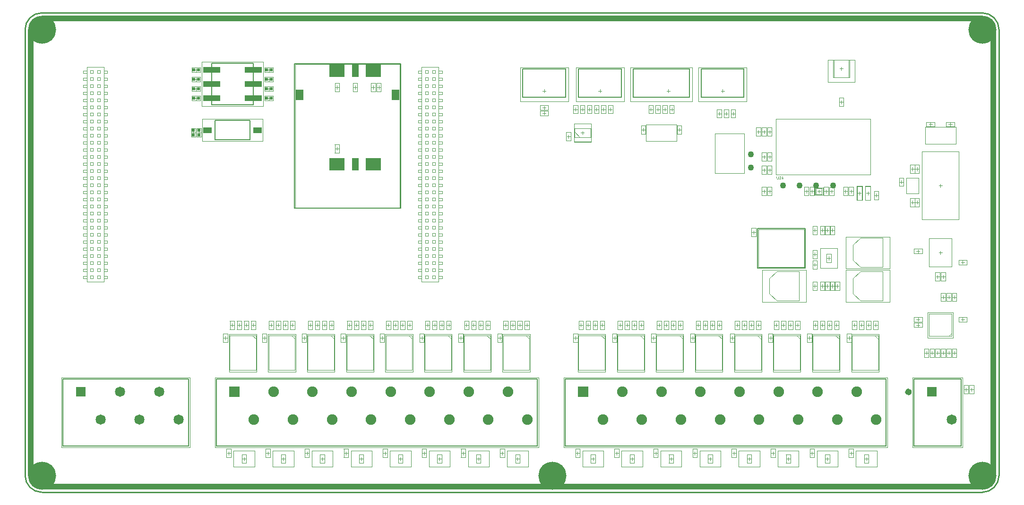
<source format=gbs>
G04*
G04 #@! TF.GenerationSoftware,Altium Limited,Altium Designer,20.0.13 (296)*
G04*
G04 Layer_Color=16711935*
%FSLAX25Y25*%
%MOIN*%
G70*
G01*
G75*
%ADD10C,0.00787*%
%ADD11C,0.00394*%
%ADD12C,0.03937*%
%ADD15C,0.00500*%
%ADD18C,0.00197*%
%ADD19C,0.01000*%
%ADD20C,0.00079*%
%ADD21C,0.00394*%
%ADD59R,6.63386X0.03937*%
%ADD60R,0.03937X3.14961*%
%ADD79R,0.02126X0.01929*%
%ADD89R,0.01929X0.02126*%
%ADD96R,0.07480X0.07480*%
%ADD97C,0.07480*%
%ADD98C,0.07165*%
%ADD99R,0.07165X0.07165*%
%ADD100C,0.02953*%
%ADD101C,0.19764*%
%ADD116C,0.04331*%
%ADD117R,0.12205X0.04331*%
%ADD118R,0.05984X0.04409*%
%ADD119R,0.11102X0.08740*%
%ADD120R,0.04803X0.08740*%
%ADD121R,0.05787X0.07756*%
G36*
X519893Y210006D02*
Y210002D01*
Y209992D01*
Y209976D01*
X519891Y209955D01*
Y209930D01*
X519889Y209901D01*
X519887Y209868D01*
X519884Y209831D01*
X519880Y209794D01*
X519875Y209754D01*
X519863Y209673D01*
X519845Y209594D01*
X519835Y209558D01*
X519823Y209523D01*
Y209521D01*
X519819Y209516D01*
X519816Y209505D01*
X519809Y209493D01*
X519802Y209477D01*
X519791Y209460D01*
X519781Y209440D01*
X519767Y209419D01*
X519751Y209397D01*
X519732Y209374D01*
X519712Y209349D01*
X519690Y209325D01*
X519663Y209300D01*
X519637Y209278D01*
X519607Y209253D01*
X519574Y209232D01*
X519572Y209230D01*
X519565Y209227D01*
X519557Y209222D01*
X519541Y209215D01*
X519523Y209206D01*
X519502Y209197D01*
X519478Y209187D01*
X519448Y209176D01*
X519417Y209166D01*
X519382Y209155D01*
X519341Y209146D01*
X519301Y209138D01*
X519256Y209131D01*
X519208Y209125D01*
X519158Y209122D01*
X519103Y209120D01*
X519075D01*
X519056Y209122D01*
X519032Y209124D01*
X519004Y209125D01*
X518974Y209129D01*
X518939Y209133D01*
X518904Y209138D01*
X518865Y209143D01*
X518788Y209160D01*
X518750Y209173D01*
X518711Y209185D01*
X518675Y209199D01*
X518640Y209216D01*
X518638Y209218D01*
X518633Y209222D01*
X518622Y209227D01*
X518610Y209234D01*
X518596Y209244D01*
X518578Y209257D01*
X518561Y209273D01*
X518542Y209288D01*
X518521Y209308D01*
X518500Y209329D01*
X518477Y209351D01*
X518456Y209378D01*
X518437Y209405D01*
X518417Y209435D01*
X518400Y209467D01*
X518384Y209500D01*
Y209502D01*
X518381Y209509D01*
X518377Y209519D01*
X518372Y209533D01*
X518367Y209553D01*
X518360Y209575D01*
X518353Y209601D01*
X518346Y209633D01*
X518339Y209666D01*
X518332Y209705D01*
X518325Y209747D01*
X518319Y209792D01*
X518314Y209840D01*
X518311Y209892D01*
X518309Y209948D01*
X518307Y210006D01*
Y211171D01*
X518575D01*
Y210008D01*
Y210004D01*
Y209995D01*
Y209983D01*
Y209964D01*
X518577Y209943D01*
Y209918D01*
X518578Y209890D01*
X518580Y209860D01*
X518587Y209798D01*
X518594Y209735D01*
X518601Y209703D01*
X518606Y209673D01*
X518613Y209645D01*
X518622Y209621D01*
Y209619D01*
X518624Y209615D01*
X518627Y209609D01*
X518631Y209600D01*
X518638Y209589D01*
X518643Y209579D01*
X518662Y209551D01*
X518685Y209519D01*
X518713Y209488D01*
X518748Y209456D01*
X518790Y209428D01*
X518792D01*
X518795Y209425D01*
X518802Y209423D01*
X518811Y209418D01*
X518823Y209413D01*
X518837Y209407D01*
X518853Y209402D01*
X518871Y209395D01*
X518892Y209388D01*
X518913Y209383D01*
X518937Y209378D01*
X518963Y209372D01*
X519019Y209365D01*
X519081Y209362D01*
X519093D01*
X519109Y209364D01*
X519128D01*
X519152Y209365D01*
X519180Y209369D01*
X519210Y209372D01*
X519243Y209379D01*
X519277Y209386D01*
X519312Y209395D01*
X519347Y209405D01*
X519382Y209418D01*
X519415Y209434D01*
X519445Y209451D01*
X519474Y209472D01*
X519499Y209495D01*
X519501Y209496D01*
X519504Y209502D01*
X519511Y209509D01*
X519518Y209521D01*
X519529Y209537D01*
X519539Y209558D01*
X519550Y209580D01*
X519562Y209609D01*
X519574Y209642D01*
X519585Y209679D01*
X519595Y209720D01*
X519606Y209768D01*
X519613Y209819D01*
X519620Y209876D01*
X519623Y209939D01*
X519625Y210008D01*
Y211171D01*
X519893D01*
Y210006D01*
D02*
G37*
G36*
X522847Y209864D02*
X523120D01*
Y209636D01*
X522847D01*
Y209154D01*
X522598D01*
Y209636D01*
X521723D01*
Y209864D01*
X522644Y211171D01*
X522847D01*
Y209864D01*
D02*
G37*
G36*
X520934Y211176D02*
X520953D01*
X520978Y211173D01*
X521007Y211170D01*
X521039Y211164D01*
X521072Y211159D01*
X521109Y211150D01*
X521146Y211140D01*
X521184Y211126D01*
X521223Y211110D01*
X521261Y211092D01*
X521298Y211070D01*
X521333Y211045D01*
X521366Y211017D01*
X521368Y211016D01*
X521373Y211010D01*
X521382Y211001D01*
X521392Y210989D01*
X521406Y210974D01*
X521420Y210954D01*
X521434Y210931D01*
X521452Y210907D01*
X521468Y210879D01*
X521482Y210849D01*
X521497Y210816D01*
X521510Y210781D01*
X521520Y210744D01*
X521529Y210704D01*
X521534Y210662D01*
X521536Y210618D01*
Y210616D01*
Y210613D01*
Y210606D01*
Y210597D01*
X521534Y210587D01*
Y210573D01*
X521529Y210543D01*
X521524Y210506D01*
X521515Y210466D01*
X521503Y210422D01*
X521485Y210379D01*
Y210377D01*
X521483Y210373D01*
X521480Y210366D01*
X521476Y210359D01*
X521471Y210347D01*
X521464Y210335D01*
X521455Y210321D01*
X521447Y210305D01*
X521424Y210268D01*
X521396Y210226D01*
X521361Y210181D01*
X521321Y210134D01*
X521319Y210132D01*
X521315Y210128D01*
X521308Y210120D01*
X521300Y210109D01*
X521286Y210097D01*
X521270Y210081D01*
X521252Y210062D01*
X521231Y210041D01*
X521205Y210016D01*
X521177Y209990D01*
X521147Y209960D01*
X521112Y209929D01*
X521076Y209895D01*
X521034Y209859D01*
X520990Y209820D01*
X520941Y209778D01*
X520939Y209776D01*
X520930Y209770D01*
X520920Y209761D01*
X520904Y209749D01*
X520887Y209733D01*
X520867Y209715D01*
X520845Y209696D01*
X520822Y209677D01*
X520773Y209635D01*
X520726Y209593D01*
X520705Y209574D01*
X520684Y209554D01*
X520668Y209539D01*
X520654Y209524D01*
X520650Y209521D01*
X520643Y209514D01*
X520631Y209500D01*
X520617Y209483D01*
X520601Y209463D01*
X520584Y209440D01*
X520566Y209416D01*
X520551Y209391D01*
X521539D01*
Y209154D01*
X520206D01*
Y209155D01*
Y209157D01*
Y209162D01*
Y209169D01*
Y209187D01*
X520208Y209208D01*
X520211Y209234D01*
X520216Y209264D01*
X520223Y209294D01*
X520234Y209325D01*
Y209327D01*
X520236Y209332D01*
X520239Y209339D01*
X520244Y209348D01*
X520250Y209360D01*
X520257Y209376D01*
X520264Y209391D01*
X520274Y209409D01*
X520295Y209451D01*
X520325Y209495D01*
X520358Y209544D01*
X520397Y209593D01*
X520398Y209594D01*
X520402Y209598D01*
X520409Y209607D01*
X520418Y209615D01*
X520430Y209628D01*
X520444Y209644D01*
X520460Y209661D01*
X520479Y209680D01*
X520502Y209701D01*
X520524Y209724D01*
X520552Y209750D01*
X520580Y209776D01*
X520612Y209805D01*
X520645Y209834D01*
X520682Y209866D01*
X520720Y209897D01*
X520722D01*
X520724Y209901D01*
X520734Y209910D01*
X520752Y209924D01*
X520773Y209943D01*
X520801Y209965D01*
X520831Y209992D01*
X520864Y210021D01*
X520899Y210053D01*
X520936Y210086D01*
X520974Y210121D01*
X521011Y210156D01*
X521048Y210193D01*
X521081Y210228D01*
X521112Y210263D01*
X521140Y210295D01*
X521165Y210326D01*
X521167Y210328D01*
X521170Y210333D01*
X521175Y210342D01*
X521182Y210352D01*
X521191Y210366D01*
X521202Y210384D01*
X521212Y210401D01*
X521223Y210422D01*
X521244Y210468D01*
X521263Y210519D01*
X521270Y210545D01*
X521275Y210571D01*
X521279Y210597D01*
X521280Y210624D01*
Y210625D01*
Y210630D01*
Y210637D01*
X521279Y210648D01*
X521277Y210660D01*
X521275Y210676D01*
X521272Y210692D01*
X521268Y210709D01*
X521254Y210750D01*
X521247Y210769D01*
X521237Y210790D01*
X521224Y210811D01*
X521210Y210832D01*
X521195Y210853D01*
X521175Y210872D01*
X521174Y210874D01*
X521170Y210877D01*
X521165Y210881D01*
X521156Y210888D01*
X521146Y210895D01*
X521133Y210904D01*
X521119Y210914D01*
X521102Y210923D01*
X521083Y210931D01*
X521062Y210942D01*
X521039Y210951D01*
X521014Y210958D01*
X520990Y210965D01*
X520962Y210970D01*
X520932Y210972D01*
X520901Y210974D01*
X520883D01*
X520871Y210972D01*
X520857Y210970D01*
X520839Y210968D01*
X520818Y210965D01*
X520797Y210960D01*
X520752Y210947D01*
X520729Y210939D01*
X520705Y210928D01*
X520682Y210916D01*
X520659Y210900D01*
X520636Y210884D01*
X520615Y210865D01*
X520614Y210863D01*
X520610Y210860D01*
X520605Y210855D01*
X520600Y210846D01*
X520591Y210834D01*
X520582Y210821D01*
X520572Y210806D01*
X520563Y210788D01*
X520552Y210767D01*
X520542Y210744D01*
X520533Y210720D01*
X520526Y210694D01*
X520519Y210665D01*
X520514Y210634D01*
X520510Y210602D01*
X520509Y210567D01*
X520253Y210594D01*
Y210597D01*
X520255Y210606D01*
X520257Y210622D01*
X520260Y210641D01*
X520264Y210664D01*
X520271Y210692D01*
X520278Y210721D01*
X520286Y210755D01*
X520299Y210790D01*
X520311Y210825D01*
X520327Y210861D01*
X520346Y210896D01*
X520367Y210933D01*
X520390Y210966D01*
X520418Y210998D01*
X520447Y211028D01*
X520449Y211030D01*
X520456Y211035D01*
X520465Y211042D01*
X520479Y211051D01*
X520496Y211063D01*
X520517Y211075D01*
X520542Y211089D01*
X520570Y211103D01*
X520600Y211117D01*
X520635Y211131D01*
X520673Y211143D01*
X520713Y211156D01*
X520757Y211164D01*
X520804Y211171D01*
X520853Y211176D01*
X520906Y211178D01*
X520918D01*
X520934Y211176D01*
D02*
G37*
%LPC*%
G36*
X522598Y210772D02*
X521966Y209864D01*
X522598D01*
Y210772D01*
D02*
G37*
%LPD*%
D10*
X158319Y286854D02*
G03*
X158319Y286854I-394J0D01*
G01*
X504953Y146592D02*
Y174392D01*
X538353D01*
Y146592D02*
Y174392D01*
X504953Y146592D02*
X538353D01*
X456929Y267354D02*
Y287189D01*
X417126D02*
X456929D01*
X417126Y267354D02*
Y287189D01*
Y267354D02*
X456929D01*
X495315D02*
Y287189D01*
X465256D02*
X495315D01*
X465256Y267354D02*
Y287189D01*
Y267354D02*
X495315D01*
X178300Y188704D02*
Y291004D01*
Y188704D02*
X253000D01*
Y291004D01*
X178300D02*
X253000D01*
X378642Y267354D02*
X408701D01*
X378642D02*
Y287189D01*
X408701D01*
Y267354D02*
Y287189D01*
X339271Y267354D02*
X369331D01*
X339271D02*
Y287189D01*
X369331D01*
Y267354D02*
Y287189D01*
D11*
X584646Y212598D02*
Y251969D01*
X517717Y212598D02*
X584646D01*
X517717Y251969D02*
X584646D01*
X517717Y212598D02*
Y251969D01*
X641858Y147580D02*
Y167380D01*
X625858Y147580D02*
X641858D01*
X625858D02*
Y167380D01*
X641858D01*
X609973Y199124D02*
X618373D01*
Y210324D01*
X609973D02*
X618373D01*
X609973Y199124D02*
Y210324D01*
X375689Y238976D02*
Y245276D01*
X387106D01*
Y238976D02*
Y245276D01*
X375689Y238976D02*
X387106D01*
X375689Y242717D02*
X379429Y238976D01*
X546260Y198622D02*
X550197D01*
Y202953D01*
X546260D02*
X550197D01*
X546260Y198622D02*
Y202953D01*
X625984Y98425D02*
X641732D01*
X625984D02*
Y114173D01*
X641732D01*
Y98425D02*
Y114173D01*
X639764Y98425D02*
X641732Y100394D01*
X644658Y234258D02*
Y246058D01*
X623158Y234258D02*
X644658D01*
X623158D02*
Y246058D01*
X644658D01*
X587850Y98673D02*
X589968Y96555D01*
X590009Y74514D02*
Y98714D01*
X571409D02*
X590009D01*
X571409Y74514D02*
Y98714D01*
Y74514D02*
X590009D01*
X558858Y281299D02*
Y293504D01*
Y281299D02*
X569095D01*
Y293504D01*
X558858D02*
X569095D01*
X577461Y167913D02*
X593110D01*
X572244Y162697D02*
X577461Y167913D01*
X572244Y152264D02*
Y162697D01*
Y152264D02*
X577461Y147047D01*
X593110D01*
Y167913D01*
X518405Y144291D02*
X534055D01*
X513189Y139075D02*
X518405Y144291D01*
X513189Y128642D02*
Y139075D01*
Y128642D02*
X518405Y123425D01*
X534055D01*
Y144291D01*
X577461D02*
X593110D01*
X572244Y139075D02*
X577461Y144291D01*
X572244Y128642D02*
Y139075D01*
Y128642D02*
X577461Y123425D01*
X593110D01*
Y144291D01*
X148873Y98673D02*
X150991Y96555D01*
X151032Y74514D02*
Y98714D01*
X132432D02*
X151032D01*
X132432Y74514D02*
Y98714D01*
Y74514D02*
X151032D01*
X176432Y98673D02*
X178550Y96555D01*
X178591Y74514D02*
Y98714D01*
X159991D02*
X178591D01*
X159991Y74514D02*
Y98714D01*
Y74514D02*
X178591D01*
X203991Y98673D02*
X206109Y96555D01*
X206150Y74514D02*
Y98714D01*
X187550D02*
X206150D01*
X187550Y74514D02*
Y98714D01*
Y74514D02*
X206150D01*
X231550Y98673D02*
X233668Y96555D01*
X233710Y74514D02*
Y98714D01*
X215109D02*
X233710D01*
X215109Y74514D02*
Y98714D01*
Y74514D02*
X233710D01*
X259109Y98673D02*
X261228Y96555D01*
X261268Y74514D02*
Y98714D01*
X242669D02*
X261268D01*
X242669Y74514D02*
Y98714D01*
Y74514D02*
X261268D01*
X286668Y98673D02*
X288787Y96555D01*
X288828Y74514D02*
Y98714D01*
X270228D02*
X288828D01*
X270228Y74514D02*
Y98714D01*
Y74514D02*
X288828D01*
X314228Y98673D02*
X316346Y96555D01*
X316387Y74514D02*
Y98714D01*
X297787D02*
X316387D01*
X297787Y74514D02*
Y98714D01*
Y74514D02*
X316387D01*
X341787Y98673D02*
X343905Y96555D01*
X343946Y74514D02*
Y98714D01*
X325346D02*
X343946D01*
X325346Y74514D02*
Y98714D01*
Y74514D02*
X343946D01*
X394936Y98673D02*
X397054Y96555D01*
X397095Y74514D02*
Y98714D01*
X378495D02*
X397095D01*
X378495Y74514D02*
Y98714D01*
Y74514D02*
X397095D01*
X422495Y98673D02*
X424613Y96555D01*
X424654Y74514D02*
Y98714D01*
X406054D02*
X424654D01*
X406054Y74514D02*
Y98714D01*
Y74514D02*
X424654D01*
X450054Y98673D02*
X452173Y96555D01*
X452213Y74514D02*
Y98714D01*
X433613D02*
X452213D01*
X433613Y74514D02*
Y98714D01*
Y74514D02*
X452213D01*
X477613Y98673D02*
X479732Y96555D01*
X479772Y74514D02*
Y98714D01*
X461172D02*
X479772D01*
X461172Y74514D02*
Y98714D01*
Y74514D02*
X479772D01*
X505172Y98673D02*
X507291Y96555D01*
X507332Y74514D02*
Y98714D01*
X488731D02*
X507332D01*
X488731Y74514D02*
Y98714D01*
Y74514D02*
X507332D01*
X532731Y98673D02*
X534850Y96555D01*
X534891Y74514D02*
Y98714D01*
X516291D02*
X534891D01*
X516291Y74514D02*
Y98714D01*
Y74514D02*
X534891D01*
X560290Y98673D02*
X562409Y96555D01*
X562450Y74514D02*
Y98714D01*
X543850D02*
X562450D01*
X543850Y74514D02*
Y98714D01*
Y74514D02*
X562450D01*
X447808Y236226D02*
Y248026D01*
X426308Y236226D02*
X447808D01*
X426308D02*
Y248026D01*
X447808D01*
X641858Y147580D02*
Y167380D01*
X625858Y147580D02*
X641858D01*
X625858D02*
Y167380D01*
X641858D01*
X505553Y147192D02*
Y173792D01*
Y147192D02*
X537753D01*
Y173792D01*
X505553D02*
X537753D01*
X474938Y241638D02*
X495338D01*
X474938Y213638D02*
Y241638D01*
Y213638D02*
X495338D01*
Y241638D01*
D12*
X611647Y59055D02*
G03*
X611647Y59055I-394J0D01*
G01*
D15*
X369094Y68110D02*
X595472D01*
Y20866D02*
Y68110D01*
X369094Y20866D02*
X595472D01*
X369094D02*
Y68110D01*
X14764Y20866D02*
Y68110D01*
Y20866D02*
X103347D01*
Y68110D01*
X14764D02*
X103347D01*
X615158D02*
X648622D01*
Y20866D02*
Y68110D01*
X615158Y20866D02*
X648622D01*
X615158D02*
Y68110D01*
X149067Y261933D02*
Y291067D01*
X119933Y261933D02*
X149067D01*
X119933D02*
Y291067D01*
X149067D01*
X122295Y237032D02*
X146705D01*
Y250969D01*
X122295D02*
X146705D01*
X122295Y237032D02*
Y250969D01*
X123031Y68110D02*
X349410D01*
Y20866D02*
Y68110D01*
X123031Y20866D02*
X349410D01*
X123031D02*
Y68110D01*
D18*
X549218Y146643D02*
X561018D01*
X549218Y160443D02*
X561018D01*
X549218Y146643D02*
Y160443D01*
X561018Y146643D02*
Y160443D01*
X646858Y180724D02*
Y228824D01*
X620858Y180724D02*
X646858D01*
X620858Y228824D02*
X646858D01*
X620858Y180724D02*
Y228824D01*
X562402Y266732D02*
X565551D01*
X562402Y260827D02*
X565551D01*
Y266732D01*
X562402Y260827D02*
Y266732D01*
X574293Y17511D02*
X589093D01*
X574293Y6111D02*
X589093D01*
Y17511D01*
X574293Y6111D02*
Y17511D01*
X555512Y203661D02*
X558661D01*
X555512Y197756D02*
X558661D01*
Y203661D01*
X555512Y197756D02*
Y203661D01*
X580977Y194580D02*
X584377D01*
Y204180D01*
X580977Y194580D02*
Y204180D01*
X584377D01*
X351378Y258268D02*
X357283D01*
X351378Y261417D02*
X357283D01*
Y258268D02*
Y261417D01*
X351378Y258268D02*
Y261417D01*
X417126Y287653D02*
X456929D01*
X417126Y267354D02*
X456929D01*
X417126D02*
Y287653D01*
X456929Y267354D02*
Y287653D01*
X465215D02*
X495315D01*
X465215Y267354D02*
X495315D01*
X465215D02*
Y287653D01*
X495315Y267354D02*
Y287653D01*
X558176Y281302D02*
X569876D01*
X558176Y293502D02*
X569876D01*
Y281302D02*
Y293502D01*
X558176Y281302D02*
Y293502D01*
X575072Y204180D02*
X578472D01*
X575072Y194580D02*
Y204180D01*
X578472Y194580D02*
Y204180D01*
X575072Y194580D02*
X578472D01*
X514961Y239882D02*
Y245787D01*
X511811Y239882D02*
Y245787D01*
X514961D01*
X511811Y239882D02*
X514961D01*
X127925Y100138D02*
X131075D01*
X127925Y94232D02*
X131075D01*
Y100138D01*
X127925Y94232D02*
Y100138D01*
X137657Y109252D02*
X140807D01*
X137657Y103347D02*
X140807D01*
Y109252D01*
X137657Y103347D02*
Y109252D01*
X147658D02*
X150807D01*
X147658Y103347D02*
X150807D01*
Y109252D01*
X147658Y103347D02*
Y109252D01*
X155425Y100138D02*
X158575D01*
X155425Y94232D02*
X158575D01*
Y100138D01*
X155425Y94232D02*
Y100138D01*
X165217Y109252D02*
X168366D01*
X165217Y103347D02*
X168366D01*
Y109252D01*
X165217Y103347D02*
Y109252D01*
X175217D02*
X178366D01*
X175217Y103347D02*
X178366D01*
Y109252D01*
X175217Y103347D02*
Y109252D01*
X183425Y100138D02*
X186575D01*
X183425Y94232D02*
X186575D01*
Y100138D01*
X183425Y94232D02*
Y100138D01*
X192776Y109252D02*
X195925D01*
X192776Y103347D02*
X195925D01*
Y109252D01*
X192776Y103347D02*
Y109252D01*
X202776D02*
X205925D01*
X202776Y103347D02*
X205925D01*
Y109252D01*
X202776Y103347D02*
Y109252D01*
X210925Y100138D02*
X214075D01*
X210925Y94232D02*
X214075D01*
Y100138D01*
X210925Y94232D02*
Y100138D01*
X220335Y109252D02*
X223484D01*
X220335Y103347D02*
X223484D01*
Y109252D01*
X220335Y103347D02*
Y109252D01*
X230335D02*
X233484D01*
X230335Y103347D02*
X233484D01*
Y109252D01*
X230335Y103347D02*
Y109252D01*
X238425Y100138D02*
X241575D01*
X238425Y94232D02*
X241575D01*
Y100138D01*
X238425Y94232D02*
Y100138D01*
X247894Y109252D02*
X251043D01*
X247894Y103347D02*
X251043D01*
Y109252D01*
X247894Y103347D02*
Y109252D01*
X257894D02*
X261043D01*
X257894Y103347D02*
X261043D01*
Y109252D01*
X257894Y103347D02*
Y109252D01*
X266425Y100138D02*
X269575D01*
X266425Y94232D02*
X269575D01*
Y100138D01*
X266425Y94232D02*
Y100138D01*
X275453Y109252D02*
X278602D01*
X275453Y103347D02*
X278602D01*
Y109252D01*
X275453Y103347D02*
Y109252D01*
X285453D02*
X288602D01*
X285453Y103347D02*
X288602D01*
Y109252D01*
X285453Y103347D02*
Y109252D01*
X293925Y100138D02*
X297075D01*
X293925Y94232D02*
X297075D01*
Y100138D01*
X293925Y94232D02*
Y100138D01*
X303012Y109252D02*
X306161D01*
X303012Y103347D02*
X306161D01*
Y109252D01*
X303012Y103347D02*
Y109252D01*
X313012D02*
X316161D01*
X313012Y103347D02*
X316161D01*
Y109252D01*
X313012Y103347D02*
Y109252D01*
X321425Y100138D02*
X324575D01*
X321425Y94232D02*
X324575D01*
Y100138D01*
X321425Y94232D02*
Y100138D01*
X330571Y109252D02*
X333720D01*
X330571Y103347D02*
X333720D01*
Y109252D01*
X330571Y103347D02*
Y109252D01*
X340571D02*
X343721D01*
X340571Y103347D02*
X343721D01*
Y109252D01*
X340571Y103347D02*
Y109252D01*
X374925Y100138D02*
X378075D01*
X374925Y94232D02*
X378075D01*
Y100138D01*
X374925Y94232D02*
Y100138D01*
X383720Y109252D02*
X386870D01*
X383720Y103347D02*
X386870D01*
Y109252D01*
X383720Y103347D02*
Y109252D01*
X393721D02*
X396870D01*
X393721Y103347D02*
X396870D01*
Y109252D01*
X393721Y103347D02*
Y109252D01*
X402425Y100138D02*
X405575D01*
X402425Y94232D02*
X405575D01*
Y100138D01*
X402425Y94232D02*
Y100138D01*
X411279Y109252D02*
X414429D01*
X411279Y103347D02*
X414429D01*
Y109252D01*
X411279Y103347D02*
Y109252D01*
X421279D02*
X424429D01*
X421279Y103347D02*
X424429D01*
Y109252D01*
X421279Y103347D02*
Y109252D01*
X429925Y100138D02*
X433075D01*
X429925Y94232D02*
X433075D01*
Y100138D01*
X429925Y94232D02*
Y100138D01*
X438839Y109252D02*
X441988D01*
X438839Y103347D02*
X441988D01*
Y109252D01*
X438839Y103347D02*
Y109252D01*
X448839D02*
X451988D01*
X448839Y103347D02*
X451988D01*
Y109252D01*
X448839Y103347D02*
Y109252D01*
X457425Y100138D02*
X460575D01*
X457425Y94232D02*
X460575D01*
Y100138D01*
X457425Y94232D02*
Y100138D01*
X466398Y109252D02*
X469547D01*
X466398Y103347D02*
X469547D01*
Y109252D01*
X466398Y103347D02*
Y109252D01*
X476398D02*
X479547D01*
X476398Y103347D02*
X479547D01*
Y109252D01*
X476398Y103347D02*
Y109252D01*
X485425Y100138D02*
X488575D01*
X485425Y94232D02*
X488575D01*
Y100138D01*
X485425Y94232D02*
Y100138D01*
X493957Y109252D02*
X497106D01*
X493957Y103347D02*
X497106D01*
Y109252D01*
X493957Y103347D02*
Y109252D01*
X503957D02*
X507106D01*
X503957Y103347D02*
X507106D01*
Y109252D01*
X503957Y103347D02*
Y109252D01*
X512425Y100138D02*
X515575D01*
X512425Y94232D02*
X515575D01*
Y100138D01*
X512425Y94232D02*
Y100138D01*
X521516Y109252D02*
X524665D01*
X521516Y103347D02*
X524665D01*
Y109252D01*
X521516Y103347D02*
Y109252D01*
X531516D02*
X534665D01*
X531516Y103347D02*
X534665D01*
Y109252D01*
X531516Y103347D02*
Y109252D01*
X539925Y100138D02*
X543075D01*
X539925Y94232D02*
X543075D01*
Y100138D01*
X539925Y94232D02*
Y100138D01*
X549075Y109252D02*
X552224D01*
X549075Y103347D02*
X552224D01*
Y109252D01*
X549075Y103347D02*
Y109252D01*
X559075D02*
X562224D01*
X559075Y103347D02*
X562224D01*
Y109252D01*
X559075Y103347D02*
Y109252D01*
X567925Y100138D02*
X571075D01*
X567925Y94232D02*
X571075D01*
Y100138D01*
X567925Y94232D02*
Y100138D01*
X576634Y109252D02*
X579783D01*
X576634Y103347D02*
X579783D01*
Y109252D01*
X576634Y103347D02*
Y109252D01*
X586634D02*
X589783D01*
X586634Y103347D02*
X589783D01*
Y109252D01*
X586634Y103347D02*
Y109252D01*
X206669Y233839D02*
X209819D01*
X206669Y227933D02*
X209819D01*
Y233839D01*
X206669Y227933D02*
Y233839D01*
X206669Y271240D02*
X209819D01*
X206669Y277146D02*
X209819D01*
X206669Y271240D02*
Y277146D01*
X209819Y271240D02*
Y277146D01*
X219425Y271240D02*
X222575D01*
X219425Y277146D02*
X222575D01*
X219425Y271240D02*
Y277146D01*
X222575Y271240D02*
Y277146D01*
X236118Y271240D02*
X239268D01*
X236118Y277146D02*
X239268D01*
X236118Y271240D02*
Y277146D01*
X239268Y271240D02*
Y277146D01*
X232181Y271240D02*
X235331D01*
X232181Y277146D02*
X235331D01*
X232181Y271240D02*
Y277146D01*
X235331Y271240D02*
Y277146D01*
X392815Y255736D02*
Y261642D01*
X389665Y255736D02*
Y261642D01*
X392815D01*
X389665Y255736D02*
X392815D01*
X373130Y236535D02*
Y242441D01*
X369980Y236535D02*
Y242441D01*
X373130D01*
X369980Y236535D02*
X373130D01*
X378051Y255736D02*
Y261642D01*
X374902Y255736D02*
Y261642D01*
X378051D01*
X374902Y255736D02*
X378051D01*
X422736Y241319D02*
Y247224D01*
X425886Y241319D02*
Y247224D01*
X422736Y241319D02*
X425886D01*
X422736Y247224D02*
X425886D01*
X448130Y241319D02*
Y247224D01*
X451279Y241319D02*
Y247224D01*
X448130Y241319D02*
X451279D01*
X448130Y247224D02*
X451279D01*
X481201Y258642D02*
X484350D01*
X481201Y252736D02*
X484350D01*
Y258642D01*
X481201Y252736D02*
Y258642D01*
X500591Y168799D02*
Y174705D01*
X503740Y168799D02*
Y174705D01*
X500591Y168799D02*
X503740D01*
X500591Y174705D02*
X503740D01*
X556021Y170276D02*
Y176181D01*
X559171Y170276D02*
Y176181D01*
X556021Y170276D02*
X559171D01*
X556021Y176181D02*
X559171D01*
X543701Y153268D02*
Y159173D01*
X546850Y153268D02*
Y159173D01*
X543701Y153268D02*
X546850D01*
X543701Y159173D02*
X546850D01*
X559171Y130905D02*
Y136811D01*
X556021Y130905D02*
Y136811D01*
X559171D01*
X556021Y130905D02*
X559171D01*
X555694D02*
Y136811D01*
X552545Y130905D02*
Y136811D01*
X555694D01*
X552545Y130905D02*
X555694D01*
X552545Y170276D02*
Y176181D01*
X555694Y170276D02*
Y176181D01*
X552545Y170276D02*
X555694D01*
X552545Y176181D02*
X555694D01*
X543701Y170276D02*
Y176181D01*
X546850Y170276D02*
Y176181D01*
X543701Y170276D02*
X546850D01*
X543701Y176181D02*
X546850D01*
Y145945D02*
Y151850D01*
X543701Y145945D02*
Y151850D01*
X546850D01*
X543701Y145945D02*
X546850D01*
X630315Y83661D02*
Y89567D01*
X633465Y83661D02*
Y89567D01*
X630315Y83661D02*
X633465D01*
X630315Y89567D02*
X633465D01*
X634252Y83661D02*
Y89567D01*
X637402Y83661D02*
Y89567D01*
X634252Y83661D02*
X637402D01*
X634252Y89567D02*
X637402D01*
X638189Y83661D02*
Y89567D01*
X641339Y83661D02*
Y89567D01*
X638189Y83661D02*
X641339D01*
X638189Y89567D02*
X641339D01*
X642126Y83661D02*
Y89567D01*
X645276Y83661D02*
Y89567D01*
X642126Y83661D02*
X645276D01*
X642126Y89567D02*
X645276D01*
X626378Y83661D02*
Y89567D01*
X629528Y83661D02*
Y89567D01*
X626378Y83661D02*
X629528D01*
X626378Y89567D02*
X629528D01*
X622441Y83661D02*
Y89567D01*
X625591Y83661D02*
Y89567D01*
X622441Y83661D02*
X625591D01*
X622441Y89567D02*
X625591D01*
X654315Y57795D02*
Y63701D01*
X657465Y57795D02*
Y63701D01*
X654315Y57795D02*
X657465D01*
X654315Y63701D02*
X657465D01*
X645276Y123031D02*
Y128937D01*
X642126Y123031D02*
Y128937D01*
X645276D01*
X642126Y123031D02*
X645276D01*
X637402D02*
Y128937D01*
X634252Y123031D02*
Y128937D01*
X637402D01*
X634252Y123031D02*
X637402D01*
X641339D02*
Y128937D01*
X638189Y123031D02*
Y128937D01*
X641339D01*
X638189Y123031D02*
X641339D01*
X604724Y204409D02*
Y210315D01*
X607874Y204409D02*
Y210315D01*
X604724Y204409D02*
X607874D01*
X604724Y210315D02*
X607874D01*
X637874Y249606D02*
X643780D01*
X637874Y246457D02*
X643780D01*
X637874D02*
Y249606D01*
X643780Y246457D02*
Y249606D01*
X623937Y246457D02*
X629843D01*
X623937Y249606D02*
X629843D01*
Y246457D02*
Y249606D01*
X623937Y246457D02*
Y249606D01*
X351378Y254331D02*
X357283D01*
X351378Y257480D02*
X357283D01*
Y254331D02*
Y257480D01*
X351378Y254331D02*
Y257480D01*
X615748Y213583D02*
Y219488D01*
X618898Y213583D02*
Y219488D01*
X615748Y213583D02*
X618898D01*
X615748Y219488D02*
X618898D01*
X615158Y156890D02*
X621063D01*
X615158Y160039D02*
X621063D01*
Y156890D02*
Y160039D01*
X615158Y156890D02*
Y160039D01*
X590158Y195020D02*
Y200925D01*
X587008Y195020D02*
Y200925D01*
X590158D01*
X587008Y195020D02*
X590158D01*
X569291Y197835D02*
Y203740D01*
X572441Y197835D02*
Y203740D01*
X569291Y197835D02*
X572441D01*
X569291Y203740D02*
X572441D01*
X568504Y197835D02*
Y203740D01*
X565354Y197835D02*
Y203740D01*
X568504D01*
X565354Y197835D02*
X568504D01*
X511811D02*
Y203740D01*
X514961Y197835D02*
Y203740D01*
X511811Y197835D02*
X514961D01*
X511811Y203740D02*
X514961D01*
X541732Y197835D02*
Y203740D01*
X544882Y197835D02*
Y203740D01*
X541732Y197835D02*
X544882D01*
X541732Y203740D02*
X544882D01*
X135317Y17511D02*
X150117D01*
X135317Y6111D02*
X150117D01*
Y17511D01*
X135317Y6111D02*
Y17511D01*
X162876D02*
X177676D01*
X162876Y6111D02*
X177676D01*
Y17511D01*
X162876Y6111D02*
Y17511D01*
X190435D02*
X205235D01*
X190435Y6111D02*
X205235D01*
Y17511D01*
X190435Y6111D02*
Y17511D01*
X217994D02*
X232794D01*
X217994Y6111D02*
X232794D01*
Y17511D01*
X217994Y6111D02*
Y17511D01*
X245553D02*
X260353D01*
X245553Y6111D02*
X260353D01*
Y17511D01*
X245553Y6111D02*
Y17511D01*
X273112D02*
X287912D01*
X273112Y6111D02*
X287912D01*
Y17511D01*
X273112Y6111D02*
Y17511D01*
X300671D02*
X315471D01*
X300671Y6111D02*
X315471D01*
Y17511D01*
X300671Y6111D02*
Y17511D01*
X328230D02*
X343030D01*
X328230Y6111D02*
X343030D01*
Y17511D01*
X328230Y6111D02*
Y17511D01*
X381380D02*
X396180D01*
X381380Y6111D02*
X396180D01*
Y17511D01*
X381380Y6111D02*
Y17511D01*
X408939D02*
X423739D01*
X408939Y6111D02*
X423739D01*
Y17511D01*
X408939Y6111D02*
Y17511D01*
X436498D02*
X451298D01*
X436498Y6111D02*
X451298D01*
Y17511D01*
X436498Y6111D02*
Y17511D01*
X464057D02*
X478857D01*
X464057Y6111D02*
X478857D01*
Y17511D01*
X464057Y6111D02*
Y17511D01*
X491616D02*
X506416D01*
X491616Y6111D02*
X506416D01*
Y17511D01*
X491616Y6111D02*
Y17511D01*
X519175D02*
X533975D01*
X519175Y6111D02*
X533975D01*
Y17511D01*
X519175Y6111D02*
Y17511D01*
X546734D02*
X561534D01*
X546734Y6111D02*
X561534D01*
Y17511D01*
X546734Y6111D02*
Y17511D01*
X397736Y255736D02*
Y261642D01*
X394587Y255736D02*
Y261642D01*
X397736D01*
X394587Y255736D02*
X397736D01*
X436122D02*
Y261642D01*
X432972Y255736D02*
Y261642D01*
X436122D01*
X432972Y255736D02*
X436122D01*
X441043D02*
Y261642D01*
X437894Y255736D02*
Y261642D01*
X441043D01*
X437894Y255736D02*
X441043D01*
X476279Y252736D02*
X479429D01*
X476279Y258642D02*
X479429D01*
X476279Y252736D02*
Y258642D01*
X479429Y252736D02*
Y258642D01*
X650378Y57795D02*
Y63701D01*
X653528Y57795D02*
Y63701D01*
X650378Y57795D02*
X653528D01*
X650378Y63701D02*
X653528D01*
X408701Y267354D02*
Y287653D01*
X378601Y267354D02*
Y287653D01*
Y267354D02*
X408701D01*
X378601Y287653D02*
X408701D01*
X369331Y267354D02*
Y287653D01*
X339231Y267354D02*
Y287653D01*
Y267354D02*
X369331D01*
X339231Y287653D02*
X369331D01*
X130315Y12795D02*
Y18701D01*
X133465Y12795D02*
Y18701D01*
X130315Y12795D02*
X133465D01*
X130315Y18701D02*
X133465D01*
X132658Y103347D02*
Y109252D01*
X135807Y103347D02*
Y109252D01*
X132658Y103347D02*
X135807D01*
X132658Y109252D02*
X135807D01*
X142657Y103347D02*
Y109252D01*
X145807Y103347D02*
Y109252D01*
X142657Y103347D02*
X145807D01*
X142657Y109252D02*
X145807D01*
X157874Y12795D02*
Y18701D01*
X161024Y12795D02*
Y18701D01*
X157874Y12795D02*
X161024D01*
X157874Y18701D02*
X161024D01*
X160217Y103347D02*
Y109252D01*
X163366Y103347D02*
Y109252D01*
X160217Y103347D02*
X163366D01*
X160217Y109252D02*
X163366D01*
X170217Y103347D02*
Y109252D01*
X173366Y103347D02*
Y109252D01*
X170217Y103347D02*
X173366D01*
X170217Y109252D02*
X173366D01*
X185433Y12795D02*
Y18701D01*
X188583Y12795D02*
Y18701D01*
X185433Y12795D02*
X188583D01*
X185433Y18701D02*
X188583D01*
X187776Y103347D02*
Y109252D01*
X190925Y103347D02*
Y109252D01*
X187776Y103347D02*
X190925D01*
X187776Y109252D02*
X190925D01*
X197776Y103347D02*
Y109252D01*
X200925Y103347D02*
Y109252D01*
X197776Y103347D02*
X200925D01*
X197776Y109252D02*
X200925D01*
X212992Y12795D02*
Y18701D01*
X216142Y12795D02*
Y18701D01*
X212992Y12795D02*
X216142D01*
X212992Y18701D02*
X216142D01*
X215335Y103347D02*
Y109252D01*
X218484Y103347D02*
Y109252D01*
X215335Y103347D02*
X218484D01*
X215335Y109252D02*
X218484D01*
X225335Y103347D02*
Y109252D01*
X228484Y103347D02*
Y109252D01*
X225335Y103347D02*
X228484D01*
X225335Y109252D02*
X228484D01*
X240551Y12795D02*
Y18701D01*
X243701Y12795D02*
Y18701D01*
X240551Y12795D02*
X243701D01*
X240551Y18701D02*
X243701D01*
X242894Y103347D02*
Y109252D01*
X246043Y103347D02*
Y109252D01*
X242894Y103347D02*
X246043D01*
X242894Y109252D02*
X246043D01*
X252894Y103347D02*
Y109252D01*
X256043Y103347D02*
Y109252D01*
X252894Y103347D02*
X256043D01*
X252894Y109252D02*
X256043D01*
X268110Y12795D02*
Y18701D01*
X271260Y12795D02*
Y18701D01*
X268110Y12795D02*
X271260D01*
X268110Y18701D02*
X271260D01*
X270453Y103347D02*
Y109252D01*
X273602Y103347D02*
Y109252D01*
X270453Y103347D02*
X273602D01*
X270453Y109252D02*
X273602D01*
X280453Y103347D02*
Y109252D01*
X283602Y103347D02*
Y109252D01*
X280453Y103347D02*
X283602D01*
X280453Y109252D02*
X283602D01*
X295669Y12795D02*
Y18701D01*
X298819Y12795D02*
Y18701D01*
X295669Y12795D02*
X298819D01*
X295669Y18701D02*
X298819D01*
X298012Y103347D02*
Y109252D01*
X301161Y103347D02*
Y109252D01*
X298012Y103347D02*
X301161D01*
X298012Y109252D02*
X301161D01*
X308012Y103347D02*
Y109252D01*
X311161Y103347D02*
Y109252D01*
X308012Y103347D02*
X311161D01*
X308012Y109252D02*
X311161D01*
X323228Y12795D02*
Y18701D01*
X326378Y12795D02*
Y18701D01*
X323228Y12795D02*
X326378D01*
X323228Y18701D02*
X326378D01*
X325571Y103347D02*
Y109252D01*
X328720Y103347D02*
Y109252D01*
X325571Y103347D02*
X328720D01*
X325571Y109252D02*
X328720D01*
X335571Y103347D02*
Y109252D01*
X338720Y103347D02*
Y109252D01*
X335571Y103347D02*
X338720D01*
X335571Y109252D02*
X338720D01*
X376378Y12795D02*
Y18701D01*
X379528Y12795D02*
Y18701D01*
X376378Y12795D02*
X379528D01*
X376378Y18701D02*
X379528D01*
X378720Y103347D02*
Y109252D01*
X381870Y103347D02*
Y109252D01*
X378720Y103347D02*
X381870D01*
X378720Y109252D02*
X381870D01*
X388720Y103347D02*
Y109252D01*
X391870Y103347D02*
Y109252D01*
X388720Y103347D02*
X391870D01*
X388720Y109252D02*
X391870D01*
X403937Y12795D02*
Y18701D01*
X407087Y12795D02*
Y18701D01*
X403937Y12795D02*
X407087D01*
X403937Y18701D02*
X407087D01*
X406280Y103347D02*
Y109252D01*
X409429Y103347D02*
Y109252D01*
X406280Y103347D02*
X409429D01*
X406280Y109252D02*
X409429D01*
X416280Y103347D02*
Y109252D01*
X419429Y103347D02*
Y109252D01*
X416280Y103347D02*
X419429D01*
X416280Y109252D02*
X419429D01*
X431496Y12795D02*
Y18701D01*
X434646Y12795D02*
Y18701D01*
X431496Y12795D02*
X434646D01*
X431496Y18701D02*
X434646D01*
X433839Y103347D02*
Y109252D01*
X436988Y103347D02*
Y109252D01*
X433839Y103347D02*
X436988D01*
X433839Y109252D02*
X436988D01*
X443839Y103347D02*
Y109252D01*
X446988Y103347D02*
Y109252D01*
X443839Y103347D02*
X446988D01*
X443839Y109252D02*
X446988D01*
X459055Y12795D02*
Y18701D01*
X462205Y12795D02*
Y18701D01*
X459055Y12795D02*
X462205D01*
X459055Y18701D02*
X462205D01*
X461398Y103347D02*
Y109252D01*
X464547Y103347D02*
Y109252D01*
X461398Y103347D02*
X464547D01*
X461398Y109252D02*
X464547D01*
X471398Y103347D02*
Y109252D01*
X474547Y103347D02*
Y109252D01*
X471398Y103347D02*
X474547D01*
X471398Y109252D02*
X474547D01*
X486614Y12795D02*
Y18701D01*
X489764Y12795D02*
Y18701D01*
X486614Y12795D02*
X489764D01*
X486614Y18701D02*
X489764D01*
X488957Y103347D02*
Y109252D01*
X492106Y103347D02*
Y109252D01*
X488957Y103347D02*
X492106D01*
X488957Y109252D02*
X492106D01*
X498957Y103347D02*
Y109252D01*
X502106Y103347D02*
Y109252D01*
X498957Y103347D02*
X502106D01*
X498957Y109252D02*
X502106D01*
X514173Y12795D02*
Y18701D01*
X517323Y12795D02*
Y18701D01*
X514173Y12795D02*
X517323D01*
X514173Y18701D02*
X517323D01*
X516516Y103347D02*
Y109252D01*
X519665Y103347D02*
Y109252D01*
X516516Y103347D02*
X519665D01*
X516516Y109252D02*
X519665D01*
X526516Y103347D02*
Y109252D01*
X529665Y103347D02*
Y109252D01*
X526516Y103347D02*
X529665D01*
X526516Y109252D02*
X529665D01*
X541732Y12795D02*
Y18701D01*
X544882Y12795D02*
Y18701D01*
X541732Y12795D02*
X544882D01*
X541732Y18701D02*
X544882D01*
X544075Y103347D02*
Y109252D01*
X547224Y103347D02*
Y109252D01*
X544075Y103347D02*
X547224D01*
X544075Y109252D02*
X547224D01*
X554075Y103347D02*
Y109252D01*
X557224Y103347D02*
Y109252D01*
X554075Y103347D02*
X557224D01*
X554075Y109252D02*
X557224D01*
X569291Y12795D02*
Y18701D01*
X572441Y12795D02*
Y18701D01*
X569291Y12795D02*
X572441D01*
X569291Y18701D02*
X572441D01*
X571634Y103347D02*
Y109252D01*
X574784Y103347D02*
Y109252D01*
X571634Y103347D02*
X574784D01*
X571634Y109252D02*
X574784D01*
X581634Y103347D02*
Y109252D01*
X584784Y103347D02*
Y109252D01*
X581634Y103347D02*
X584784D01*
X581634Y109252D02*
X584784D01*
X384744Y261642D02*
X387894D01*
X384744Y255736D02*
X387894D01*
Y261642D01*
X384744Y255736D02*
Y261642D01*
X379823D02*
X382972D01*
X379823Y255736D02*
X382972D01*
Y261642D01*
X379823Y255736D02*
Y261642D01*
X399508Y255736D02*
X402658D01*
X399508Y261642D02*
X402658D01*
X399508Y255736D02*
Y261642D01*
X402658Y255736D02*
Y261642D01*
X428051D02*
X431201D01*
X428051Y255736D02*
X431201D01*
Y261642D01*
X428051Y255736D02*
Y261642D01*
X442815D02*
X445965D01*
X442815Y255736D02*
X445965D01*
Y261642D01*
X442815Y255736D02*
Y261642D01*
X489272Y252736D02*
Y258642D01*
X486122Y252736D02*
Y258642D01*
X489272D01*
X486122Y252736D02*
X489272D01*
X549021Y136811D02*
X552171D01*
X549021Y130905D02*
X552171D01*
Y136811D01*
X549021Y130905D02*
Y136811D01*
X543701Y130905D02*
X546850D01*
X543701Y136811D02*
X546850D01*
X543701Y130905D02*
Y136811D01*
X546850Y130905D02*
Y136811D01*
X549021Y176181D02*
X552171D01*
X549021Y170276D02*
X552171D01*
Y176181D01*
X549021Y170276D02*
Y176181D01*
X559521Y136811D02*
X562671D01*
X559521Y130905D02*
X562671D01*
Y136811D01*
X559521Y130905D02*
Y136811D01*
X615158Y104724D02*
Y107874D01*
X621063Y104724D02*
Y107874D01*
X615158D02*
X621063D01*
X615158Y104724D02*
X621063D01*
X615158Y108661D02*
Y111811D01*
X621063Y108661D02*
Y111811D01*
X615158D02*
X621063D01*
X615158Y108661D02*
X621063D01*
X652559Y108661D02*
Y111811D01*
X646654Y108661D02*
Y111811D01*
Y108661D02*
X652559D01*
X646654Y111811D02*
X652559D01*
X612598Y213583D02*
X615748D01*
X612598Y219488D02*
X615748D01*
X612598Y213583D02*
Y219488D01*
X615748Y213583D02*
Y219488D01*
X615748Y195866D02*
X618898D01*
X615748Y189961D02*
X618898D01*
Y195866D01*
X615748Y189961D02*
Y195866D01*
X612598D02*
X615748D01*
X612598Y189961D02*
X615748D01*
Y195866D01*
X612598Y189961D02*
Y195866D01*
X630315Y143437D02*
X633465D01*
X630315Y137531D02*
X633465D01*
Y143437D01*
X630315Y137531D02*
Y143437D01*
X634252D02*
X637402D01*
X634252Y137531D02*
X637402D01*
Y143437D01*
X634252Y137531D02*
Y143437D01*
X646654Y149016D02*
Y152165D01*
X652559Y149016D02*
Y152165D01*
X646654D02*
X652559D01*
X646654Y149016D02*
X652559D01*
X507874Y203740D02*
X511024D01*
X507874Y197835D02*
X511024D01*
Y203740D01*
X507874Y197835D02*
Y203740D01*
X551575Y197835D02*
X554724D01*
X551575Y203740D02*
X554724D01*
X551575Y197835D02*
Y203740D01*
X554724Y197835D02*
Y203740D01*
X537795Y197835D02*
X540945D01*
X537795Y203740D02*
X540945D01*
X537795Y197835D02*
Y203740D01*
X540945Y197835D02*
Y203740D01*
X507874Y222165D02*
X511024D01*
X507874Y228071D02*
X511024D01*
X507874Y222165D02*
Y228071D01*
X511024Y222165D02*
Y228071D01*
X507874Y218779D02*
X511024D01*
X507874Y212874D02*
X511024D01*
Y218779D01*
X507874Y212874D02*
Y218779D01*
Y239882D02*
X511024D01*
X507874Y245787D02*
X511024D01*
X507874Y239882D02*
Y245787D01*
X511024Y239882D02*
Y245787D01*
X503937D02*
X507087D01*
X503937Y239882D02*
X507087D01*
Y245787D01*
X503937Y239882D02*
Y245787D01*
X511811Y228071D02*
X514961D01*
X511811Y222165D02*
X514961D01*
Y228071D01*
X511811Y222165D02*
Y228071D01*
Y212874D02*
X514961D01*
X511811Y218779D02*
X514961D01*
X511811Y212874D02*
Y218779D01*
X514961Y212874D02*
Y218779D01*
X178800Y290504D02*
X252400D01*
X178800Y189304D02*
X252400D01*
X178800D02*
Y290504D01*
X252400Y189304D02*
Y290504D01*
X111862Y284925D02*
Y288075D01*
X105957Y284925D02*
Y288075D01*
X111862D01*
X105957Y284925D02*
X111862D01*
X157138Y264925D02*
Y268075D01*
X163043Y264925D02*
Y268075D01*
X157138Y264925D02*
X163043D01*
X157138Y268075D02*
X163043D01*
X111862Y264925D02*
Y268075D01*
X105957Y264925D02*
Y268075D01*
X111862D01*
X105957Y264925D02*
X111862D01*
X157138Y284925D02*
Y288075D01*
X163043Y284925D02*
Y288075D01*
X157138Y284925D02*
X163043D01*
X157138Y288075D02*
X163043D01*
X109303Y245260D02*
X112453D01*
X109303Y239354D02*
X112453D01*
X109303D02*
Y245260D01*
X112453Y239354D02*
Y245260D01*
X105957Y281408D02*
X111862D01*
X105957Y278258D02*
X111862D01*
Y281408D01*
X105957Y278258D02*
Y281408D01*
X157138Y271592D02*
X163043D01*
X157138Y274742D02*
X163043D01*
X157138Y271592D02*
Y274742D01*
X163043Y271592D02*
Y274742D01*
X105957Y274741D02*
X111862D01*
X105957Y271592D02*
X111862D01*
Y274741D01*
X105957Y271592D02*
Y274741D01*
X157138Y278258D02*
X163043D01*
X157138Y281408D02*
X163043D01*
X157138Y278258D02*
Y281408D01*
X163043Y278258D02*
Y281408D01*
X105366Y239354D02*
Y245260D01*
X108516Y239354D02*
Y245260D01*
X105366D02*
X108516D01*
X105366Y239354D02*
X108516D01*
X625858Y167380D02*
X641858D01*
X625858Y147580D02*
Y167380D01*
Y147580D02*
X641858D01*
Y167380D01*
X633858Y156299D02*
Y158661D01*
X632677Y157480D02*
X635039D01*
X561018Y146643D02*
Y160443D01*
X549218Y146643D02*
X561018D01*
X549218Y160443D02*
X561018D01*
X549218Y146643D02*
Y160443D01*
X555118Y152362D02*
Y154724D01*
X553937Y153543D02*
X556299D01*
X380217Y242126D02*
X382579D01*
X381398Y240945D02*
Y243307D01*
X375398Y235626D02*
Y248526D01*
X387398D01*
Y235626D02*
Y248526D01*
X375398Y235626D02*
X387398D01*
X547047Y200787D02*
X549409D01*
X548228Y199606D02*
Y201969D01*
X545228Y198287D02*
Y203287D01*
X551228D01*
Y198287D02*
Y203287D01*
X545228Y198287D02*
X551228D01*
X620858Y180724D02*
X646858D01*
X620858Y228824D02*
X646858D01*
X620858Y180724D02*
Y228824D01*
X646858Y180724D02*
Y228824D01*
X633858Y203543D02*
Y205906D01*
X632677Y204724D02*
X635039D01*
X562402Y266732D02*
X565551D01*
X562402Y260827D02*
X565551D01*
Y266732D01*
X562402Y260827D02*
Y266732D01*
X563976Y262598D02*
Y264961D01*
X562795Y263779D02*
X565158D01*
X574293Y17511D02*
X589093D01*
X574293Y6111D02*
X589093D01*
Y17511D01*
X574293Y6111D02*
Y17511D01*
X581693Y10630D02*
Y12992D01*
X580512Y11811D02*
X582874D01*
X555512Y203661D02*
X558661D01*
X555512Y197756D02*
X558661D01*
Y203661D01*
X555512Y197756D02*
Y203661D01*
X557087Y199528D02*
Y201890D01*
X555905Y200709D02*
X558268D01*
X584577Y194380D02*
Y204380D01*
X580777D02*
X584577D01*
X580777Y194380D02*
X584577D01*
X580777D02*
Y204380D01*
X582677Y198199D02*
Y200561D01*
X581496Y199380D02*
X583858D01*
X354331Y258661D02*
Y261024D01*
X353150Y259842D02*
X355512D01*
X351378Y258268D02*
X357283D01*
X351378Y261417D02*
X357283D01*
Y258268D02*
Y261417D01*
X351378Y258268D02*
Y261417D01*
X458929Y264054D02*
Y288053D01*
X415158D02*
X458929D01*
X415158Y264054D02*
Y288053D01*
Y264054D02*
X458929D01*
X440748Y271654D02*
X443110D01*
X441929Y270472D02*
Y272835D01*
X497315Y264054D02*
Y288053D01*
X463315D02*
X497315D01*
X463315Y264054D02*
Y288053D01*
Y264054D02*
X497315D01*
X479134Y271654D02*
X481496D01*
X480315Y270472D02*
Y272835D01*
X554576Y277802D02*
Y293502D01*
Y277802D02*
X573376D01*
Y293502D01*
X554576D02*
X573376D01*
X562795Y287402D02*
X565158D01*
X563976Y286221D02*
Y288583D01*
X574872Y194380D02*
Y204380D01*
Y194380D02*
X578672D01*
X574872Y204380D02*
X578672D01*
Y194380D02*
Y204380D01*
X576772Y198199D02*
Y200561D01*
X575591Y199380D02*
X577953D01*
X512205Y242835D02*
X514567D01*
X513386Y241653D02*
Y244016D01*
X514961Y239882D02*
Y245787D01*
X511811Y239882D02*
Y245787D01*
X514961D01*
X511811Y239882D02*
X514961D01*
X127925Y100138D02*
X131075D01*
X127925Y94232D02*
X131075D01*
Y100138D01*
X127925Y94232D02*
Y100138D01*
X129500Y96004D02*
Y98366D01*
X128319Y97185D02*
X130681D01*
X137657Y109252D02*
X140807D01*
X137657Y103347D02*
X140807D01*
Y109252D01*
X137657Y103347D02*
Y109252D01*
X139232Y105118D02*
Y107480D01*
X138051Y106299D02*
X140413D01*
X147658Y109252D02*
X150807D01*
X147658Y103347D02*
X150807D01*
Y109252D01*
X147658Y103347D02*
Y109252D01*
X149232Y105118D02*
Y107480D01*
X148051Y106299D02*
X150413D01*
X155425Y100138D02*
X158575D01*
X155425Y94232D02*
X158575D01*
Y100138D01*
X155425Y94232D02*
Y100138D01*
X157000Y96004D02*
Y98366D01*
X155819Y97185D02*
X158181D01*
X165217Y109252D02*
X168366D01*
X165217Y103347D02*
X168366D01*
Y109252D01*
X165217Y103347D02*
Y109252D01*
X166791Y105118D02*
Y107480D01*
X165610Y106299D02*
X167973D01*
X175216Y109252D02*
X178366D01*
X175216Y103347D02*
X178366D01*
Y109252D01*
X175216Y103347D02*
Y109252D01*
X176791Y105118D02*
Y107480D01*
X175610Y106299D02*
X177972D01*
X183425Y100138D02*
X186575D01*
X183425Y94232D02*
X186575D01*
Y100138D01*
X183425Y94232D02*
Y100138D01*
X185000Y96004D02*
Y98366D01*
X183819Y97185D02*
X186181D01*
X192776Y109252D02*
X195925D01*
X192776Y103347D02*
X195925D01*
Y109252D01*
X192776Y103347D02*
Y109252D01*
X194350Y105118D02*
Y107480D01*
X193169Y106299D02*
X195531D01*
X202776Y109252D02*
X205925D01*
X202776Y103347D02*
X205925D01*
Y109252D01*
X202776Y103347D02*
Y109252D01*
X204350Y105118D02*
Y107480D01*
X203169Y106299D02*
X205532D01*
X210925Y100138D02*
X214075D01*
X210925Y94232D02*
X214075D01*
Y100138D01*
X210925Y94232D02*
Y100138D01*
X212500Y96004D02*
Y98366D01*
X211319Y97185D02*
X213681D01*
X220335Y109252D02*
X223484D01*
X220335Y103347D02*
X223484D01*
Y109252D01*
X220335Y103347D02*
Y109252D01*
X221909Y105118D02*
Y107480D01*
X220728Y106299D02*
X223091D01*
X230335Y109252D02*
X233484D01*
X230335Y103347D02*
X233484D01*
Y109252D01*
X230335Y103347D02*
Y109252D01*
X231909Y105118D02*
Y107480D01*
X230728Y106299D02*
X233091D01*
X238425Y100138D02*
X241575D01*
X238425Y94232D02*
X241575D01*
Y100138D01*
X238425Y94232D02*
Y100138D01*
X240000Y96004D02*
Y98366D01*
X238819Y97185D02*
X241181D01*
X247894Y109252D02*
X251043D01*
X247894Y103347D02*
X251043D01*
Y109252D01*
X247894Y103347D02*
Y109252D01*
X249468Y105118D02*
Y107480D01*
X248287Y106299D02*
X250650D01*
X257894Y109252D02*
X261043D01*
X257894Y103347D02*
X261043D01*
Y109252D01*
X257894Y103347D02*
Y109252D01*
X259469Y105118D02*
Y107480D01*
X258287Y106299D02*
X260650D01*
X266425Y100138D02*
X269575D01*
X266425Y94232D02*
X269575D01*
Y100138D01*
X266425Y94232D02*
Y100138D01*
X268000Y96004D02*
Y98366D01*
X266819Y97185D02*
X269181D01*
X275453Y109252D02*
X278602D01*
X275453Y103347D02*
X278602D01*
Y109252D01*
X275453Y103347D02*
Y109252D01*
X277028Y105118D02*
Y107480D01*
X275847Y106299D02*
X278209D01*
X285453Y109252D02*
X288602D01*
X285453Y103347D02*
X288602D01*
Y109252D01*
X285453Y103347D02*
Y109252D01*
X287028Y105118D02*
Y107480D01*
X285846Y106299D02*
X288209D01*
X293925Y100138D02*
X297075D01*
X293925Y94232D02*
X297075D01*
Y100138D01*
X293925Y94232D02*
Y100138D01*
X295500Y96004D02*
Y98366D01*
X294319Y97185D02*
X296681D01*
X303012Y109252D02*
X306161D01*
X303012Y103347D02*
X306161D01*
Y109252D01*
X303012Y103347D02*
Y109252D01*
X304587Y105118D02*
Y107480D01*
X303405Y106299D02*
X305768D01*
X313012Y109252D02*
X316161D01*
X313012Y103347D02*
X316161D01*
Y109252D01*
X313012Y103347D02*
Y109252D01*
X314587Y105118D02*
Y107480D01*
X313405Y106299D02*
X315768D01*
X321425Y100138D02*
X324575D01*
X321425Y94232D02*
X324575D01*
Y100138D01*
X321425Y94232D02*
Y100138D01*
X323000Y96004D02*
Y98366D01*
X321819Y97185D02*
X324181D01*
X330571Y109252D02*
X333720D01*
X330571Y103347D02*
X333720D01*
Y109252D01*
X330571Y103347D02*
Y109252D01*
X332146Y105118D02*
Y107480D01*
X330965Y106299D02*
X333327D01*
X340571Y109252D02*
X343721D01*
X340571Y103347D02*
X343721D01*
Y109252D01*
X340571Y103347D02*
Y109252D01*
X342146Y105118D02*
Y107480D01*
X340965Y106299D02*
X343327D01*
X374925Y100138D02*
X378075D01*
X374925Y94232D02*
X378075D01*
Y100138D01*
X374925Y94232D02*
Y100138D01*
X376500Y96004D02*
Y98366D01*
X375319Y97185D02*
X377681D01*
X383720Y109252D02*
X386870D01*
X383720Y103347D02*
X386870D01*
Y109252D01*
X383720Y103347D02*
Y109252D01*
X385295Y105118D02*
Y107480D01*
X384114Y106299D02*
X386476D01*
X393721Y109252D02*
X396870D01*
X393721Y103347D02*
X396870D01*
Y109252D01*
X393721Y103347D02*
Y109252D01*
X395295Y105118D02*
Y107480D01*
X394114Y106299D02*
X396476D01*
X402425Y100138D02*
X405575D01*
X402425Y94232D02*
X405575D01*
Y100138D01*
X402425Y94232D02*
Y100138D01*
X404000Y96004D02*
Y98366D01*
X402819Y97185D02*
X405181D01*
X411279Y109252D02*
X414429D01*
X411279Y103347D02*
X414429D01*
Y109252D01*
X411279Y103347D02*
Y109252D01*
X412854Y105118D02*
Y107480D01*
X411673Y106299D02*
X414035D01*
X421279Y109252D02*
X424429D01*
X421279Y103347D02*
X424429D01*
Y109252D01*
X421279Y103347D02*
Y109252D01*
X422854Y105118D02*
Y107480D01*
X421673Y106299D02*
X424035D01*
X429925Y100138D02*
X433075D01*
X429925Y94232D02*
X433075D01*
Y100138D01*
X429925Y94232D02*
Y100138D01*
X431500Y96004D02*
Y98366D01*
X430319Y97185D02*
X432681D01*
X438839Y109252D02*
X441988D01*
X438839Y103347D02*
X441988D01*
Y109252D01*
X438839Y103347D02*
Y109252D01*
X440413Y105118D02*
Y107480D01*
X439232Y106299D02*
X441595D01*
X448839Y109252D02*
X451988D01*
X448839Y103347D02*
X451988D01*
Y109252D01*
X448839Y103347D02*
Y109252D01*
X450413Y105118D02*
Y107480D01*
X449232Y106299D02*
X451594D01*
X457425Y100138D02*
X460575D01*
X457425Y94232D02*
X460575D01*
Y100138D01*
X457425Y94232D02*
Y100138D01*
X459000Y96004D02*
Y98366D01*
X457819Y97185D02*
X460181D01*
X466398Y109252D02*
X469547D01*
X466398Y103347D02*
X469547D01*
Y109252D01*
X466398Y103347D02*
Y109252D01*
X467973Y105118D02*
Y107480D01*
X466791Y106299D02*
X469153D01*
X476398Y109252D02*
X479547D01*
X476398Y103347D02*
X479547D01*
Y109252D01*
X476398Y103347D02*
Y109252D01*
X477973Y105118D02*
Y107480D01*
X476791Y106299D02*
X479153D01*
X485425Y100138D02*
X488575D01*
X485425Y94232D02*
X488575D01*
Y100138D01*
X485425Y94232D02*
Y100138D01*
X487000Y96004D02*
Y98366D01*
X485819Y97185D02*
X488181D01*
X493957Y109252D02*
X497106D01*
X493957Y103347D02*
X497106D01*
Y109252D01*
X493957Y103347D02*
Y109252D01*
X495532Y105118D02*
Y107480D01*
X494350Y106299D02*
X496713D01*
X503957Y109252D02*
X507106D01*
X503957Y103347D02*
X507106D01*
Y109252D01*
X503957Y103347D02*
Y109252D01*
X505532Y105118D02*
Y107480D01*
X504350Y106299D02*
X506713D01*
X512425Y100138D02*
X515575D01*
X512425Y94232D02*
X515575D01*
Y100138D01*
X512425Y94232D02*
Y100138D01*
X514000Y96004D02*
Y98366D01*
X512819Y97185D02*
X515181D01*
X521516Y109252D02*
X524665D01*
X521516Y103347D02*
X524665D01*
Y109252D01*
X521516Y103347D02*
Y109252D01*
X523091Y105118D02*
Y107480D01*
X521910Y106299D02*
X524272D01*
X531516Y109252D02*
X534665D01*
X531516Y103347D02*
X534665D01*
Y109252D01*
X531516Y103347D02*
Y109252D01*
X533091Y105118D02*
Y107480D01*
X531910Y106299D02*
X534272D01*
X539925Y100138D02*
X543075D01*
X539925Y94232D02*
X543075D01*
Y100138D01*
X539925Y94232D02*
Y100138D01*
X541500Y96004D02*
Y98366D01*
X540319Y97185D02*
X542681D01*
X549075Y109252D02*
X552224D01*
X549075Y103347D02*
X552224D01*
Y109252D01*
X549075Y103347D02*
Y109252D01*
X550650Y105118D02*
Y107480D01*
X549469Y106299D02*
X551831D01*
X559075Y109252D02*
X562224D01*
X559075Y103347D02*
X562224D01*
Y109252D01*
X559075Y103347D02*
Y109252D01*
X560650Y105118D02*
Y107480D01*
X559469Y106299D02*
X561831D01*
X567925Y100138D02*
X571075D01*
X567925Y94232D02*
X571075D01*
Y100138D01*
X567925Y94232D02*
Y100138D01*
X569500Y96004D02*
Y98366D01*
X568319Y97185D02*
X570681D01*
X576634Y109252D02*
X579783D01*
X576634Y103347D02*
X579783D01*
Y109252D01*
X576634Y103347D02*
Y109252D01*
X578209Y105118D02*
Y107480D01*
X577028Y106299D02*
X579390D01*
X586634Y109252D02*
X589783D01*
X586634Y103347D02*
X589783D01*
Y109252D01*
X586634Y103347D02*
Y109252D01*
X588209Y105118D02*
Y107480D01*
X587028Y106299D02*
X589390D01*
X206669Y233839D02*
X209819D01*
X206669Y227933D02*
X209819D01*
Y233839D01*
X206669Y227933D02*
Y233839D01*
X208244Y229705D02*
Y232067D01*
X207063Y230886D02*
X209425D01*
X206669Y271240D02*
X209819D01*
X206669Y277146D02*
X209819D01*
X206669Y271240D02*
Y277146D01*
X209819Y271240D02*
Y277146D01*
X208244Y273012D02*
Y275374D01*
X207063Y274193D02*
X209425D01*
X219425Y271240D02*
X222575D01*
X219425Y277146D02*
X222575D01*
X219425Y271240D02*
Y277146D01*
X222575Y271240D02*
Y277146D01*
X221000Y273012D02*
Y275374D01*
X219819Y274193D02*
X222181D01*
X236118Y271240D02*
X239268D01*
X236118Y277146D02*
X239268D01*
X236118Y271240D02*
Y277146D01*
X239268Y271240D02*
Y277146D01*
X237693Y273012D02*
Y275374D01*
X236512Y274193D02*
X238874D01*
X232181Y271240D02*
X235331D01*
X232181Y277146D02*
X235331D01*
X232181Y271240D02*
Y277146D01*
X235331Y271240D02*
Y277146D01*
X233756Y273012D02*
Y275374D01*
X232575Y274193D02*
X234937D01*
X390059Y258689D02*
X392421D01*
X391240Y257508D02*
Y259870D01*
X392815Y255736D02*
Y261642D01*
X389665Y255736D02*
Y261642D01*
X392815D01*
X389665Y255736D02*
X392815D01*
X370374Y239488D02*
X372736D01*
X371555Y238307D02*
Y240669D01*
X373130Y236535D02*
Y242441D01*
X369980Y236535D02*
Y242441D01*
X373130D01*
X369980Y236535D02*
X373130D01*
X375295Y258689D02*
X377658D01*
X376476Y257508D02*
Y259870D01*
X378051Y255736D02*
Y261642D01*
X374902Y255736D02*
Y261642D01*
X378051D01*
X374902Y255736D02*
X378051D01*
X423130Y244272D02*
X425492D01*
X424311Y243091D02*
Y245453D01*
X422736Y241319D02*
Y247224D01*
X425886Y241319D02*
Y247224D01*
X422736Y241319D02*
X425886D01*
X422736Y247224D02*
X425886D01*
X448524Y244272D02*
X450886D01*
X449705Y243091D02*
Y245453D01*
X448130Y241319D02*
Y247224D01*
X451279Y241319D02*
Y247224D01*
X448130Y241319D02*
X451279D01*
X448130Y247224D02*
X451279D01*
X481201Y258642D02*
X484350D01*
X481201Y252736D02*
X484350D01*
Y258642D01*
X481201Y252736D02*
Y258642D01*
X482776Y254508D02*
Y256870D01*
X481595Y255689D02*
X483957D01*
X500984Y171752D02*
X503346D01*
X502165Y170571D02*
Y172933D01*
X500591Y168799D02*
Y174705D01*
X503740Y168799D02*
Y174705D01*
X500591Y168799D02*
X503740D01*
X500591Y174705D02*
X503740D01*
X556415Y173228D02*
X558777D01*
X557596Y172047D02*
Y174409D01*
X556021Y170276D02*
Y176181D01*
X559171Y170276D02*
Y176181D01*
X556021Y170276D02*
X559171D01*
X556021Y176181D02*
X559171D01*
X544095Y156220D02*
X546457D01*
X545276Y155039D02*
Y157402D01*
X543701Y153268D02*
Y159173D01*
X546850Y153268D02*
Y159173D01*
X543701Y153268D02*
X546850D01*
X543701Y159173D02*
X546850D01*
X556415Y133858D02*
X558777D01*
X557596Y132677D02*
Y135039D01*
X559171Y130905D02*
Y136811D01*
X556021Y130905D02*
Y136811D01*
X559171D01*
X556021Y130905D02*
X559171D01*
X552939Y133858D02*
X555301D01*
X554119Y132677D02*
Y135039D01*
X555694Y130905D02*
Y136811D01*
X552545Y130905D02*
Y136811D01*
X555694D01*
X552545Y130905D02*
X555694D01*
X552939Y173228D02*
X555301D01*
X554120Y172047D02*
Y174409D01*
X552545Y170276D02*
Y176181D01*
X555694Y170276D02*
Y176181D01*
X552545Y170276D02*
X555694D01*
X552545Y176181D02*
X555694D01*
X544095Y173228D02*
X546457D01*
X545276Y172047D02*
Y174409D01*
X543701Y170276D02*
Y176181D01*
X546850Y170276D02*
Y176181D01*
X543701Y170276D02*
X546850D01*
X543701Y176181D02*
X546850D01*
X544095Y148898D02*
X546457D01*
X545276Y147716D02*
Y150079D01*
X546850Y145945D02*
Y151850D01*
X543701Y145945D02*
Y151850D01*
X546850D01*
X543701Y145945D02*
X546850D01*
X630709Y86614D02*
X633071D01*
X631890Y85433D02*
Y87795D01*
X630315Y83661D02*
Y89567D01*
X633465Y83661D02*
Y89567D01*
X630315Y83661D02*
X633465D01*
X630315Y89567D02*
X633465D01*
X634646Y86614D02*
X637008D01*
X635827Y85433D02*
Y87795D01*
X634252Y83661D02*
Y89567D01*
X637402Y83661D02*
Y89567D01*
X634252Y83661D02*
X637402D01*
X634252Y89567D02*
X637402D01*
X638583Y86614D02*
X640945D01*
X639764Y85433D02*
Y87795D01*
X638189Y83661D02*
Y89567D01*
X641339Y83661D02*
Y89567D01*
X638189Y83661D02*
X641339D01*
X638189Y89567D02*
X641339D01*
X642520Y86614D02*
X644882D01*
X643701Y85433D02*
Y87795D01*
X642126Y83661D02*
Y89567D01*
X645276Y83661D02*
Y89567D01*
X642126Y83661D02*
X645276D01*
X642126Y89567D02*
X645276D01*
X626772Y86614D02*
X629134D01*
X627953Y85433D02*
Y87795D01*
X626378Y83661D02*
Y89567D01*
X629528Y83661D02*
Y89567D01*
X626378Y83661D02*
X629528D01*
X626378Y89567D02*
X629528D01*
X622835Y86614D02*
X625197D01*
X624016Y85433D02*
Y87795D01*
X622441Y83661D02*
Y89567D01*
X625591Y83661D02*
Y89567D01*
X622441Y83661D02*
X625591D01*
X622441Y89567D02*
X625591D01*
X654709Y60748D02*
X657071D01*
X655890Y59567D02*
Y61929D01*
X654315Y57795D02*
Y63701D01*
X657465Y57795D02*
Y63701D01*
X654315Y57795D02*
X657465D01*
X654315Y63701D02*
X657465D01*
X642520Y125984D02*
X644882D01*
X643701Y124803D02*
Y127165D01*
X645276Y123031D02*
Y128937D01*
X642126Y123031D02*
Y128937D01*
X645276D01*
X642126Y123031D02*
X645276D01*
X634646Y125984D02*
X637008D01*
X635827Y124803D02*
Y127165D01*
X637402Y123031D02*
Y128937D01*
X634252Y123031D02*
Y128937D01*
X637402D01*
X634252Y123031D02*
X637402D01*
X638583Y125984D02*
X640945D01*
X639764Y124803D02*
Y127165D01*
X641339Y123031D02*
Y128937D01*
X638189Y123031D02*
Y128937D01*
X641339D01*
X638189Y123031D02*
X641339D01*
X605118Y207362D02*
X607480D01*
X606299Y206181D02*
Y208543D01*
X604724Y204409D02*
Y210315D01*
X607874Y204409D02*
Y210315D01*
X604724Y204409D02*
X607874D01*
X604724Y210315D02*
X607874D01*
X640827Y246850D02*
Y249213D01*
X639646Y248031D02*
X642008D01*
X637874Y249606D02*
X643780D01*
X637874Y246457D02*
X643780D01*
X637874D02*
Y249606D01*
X643780Y246457D02*
Y249606D01*
X626890Y246850D02*
Y249213D01*
X625709Y248031D02*
X628071D01*
X623937Y246457D02*
X629843D01*
X623937Y249606D02*
X629843D01*
Y246457D02*
Y249606D01*
X623937Y246457D02*
Y249606D01*
X354331Y254724D02*
Y257087D01*
X353150Y255906D02*
X355512D01*
X351378Y254331D02*
X357283D01*
X351378Y257480D02*
X357283D01*
Y254331D02*
Y257480D01*
X351378Y254331D02*
Y257480D01*
X616142Y216535D02*
X618504D01*
X617323Y215354D02*
Y217717D01*
X615748Y213583D02*
Y219488D01*
X618898Y213583D02*
Y219488D01*
X615748Y213583D02*
X618898D01*
X615748Y219488D02*
X618898D01*
X618110Y157283D02*
Y159646D01*
X616929Y158465D02*
X619291D01*
X615158Y156890D02*
X621063D01*
X615158Y160039D02*
X621063D01*
Y156890D02*
Y160039D01*
X615158Y156890D02*
Y160039D01*
X587402Y197972D02*
X589764D01*
X588583Y196791D02*
Y199153D01*
X590158Y195020D02*
Y200925D01*
X587008Y195020D02*
Y200925D01*
X590158D01*
X587008Y195020D02*
X590158D01*
X569685Y200787D02*
X572047D01*
X570866Y199606D02*
Y201969D01*
X569291Y197835D02*
Y203740D01*
X572441Y197835D02*
Y203740D01*
X569291Y197835D02*
X572441D01*
X569291Y203740D02*
X572441D01*
X565748Y200787D02*
X568110D01*
X566929Y199606D02*
Y201969D01*
X568504Y197835D02*
Y203740D01*
X565354Y197835D02*
Y203740D01*
X568504D01*
X565354Y197835D02*
X568504D01*
X512205Y200787D02*
X514567D01*
X513386Y199606D02*
Y201969D01*
X511811Y197835D02*
Y203740D01*
X514961Y197835D02*
Y203740D01*
X511811Y197835D02*
X514961D01*
X511811Y203740D02*
X514961D01*
X542126Y200787D02*
X544488D01*
X543307Y199606D02*
Y201969D01*
X541732Y197835D02*
Y203740D01*
X544882Y197835D02*
Y203740D01*
X541732Y197835D02*
X544882D01*
X541732Y203740D02*
X544882D01*
X135317Y17511D02*
X150117D01*
X135317Y6111D02*
X150117D01*
Y17511D01*
X135317Y6111D02*
Y17511D01*
X142717Y10630D02*
Y12992D01*
X141535Y11811D02*
X143898D01*
X162876Y17511D02*
X177676D01*
X162876Y6111D02*
X177676D01*
Y17511D01*
X162876Y6111D02*
Y17511D01*
X170276Y10630D02*
Y12992D01*
X169095Y11811D02*
X171457D01*
X190435Y17511D02*
X205235D01*
X190435Y6111D02*
X205235D01*
Y17511D01*
X190435Y6111D02*
Y17511D01*
X197835Y10630D02*
Y12992D01*
X196653Y11811D02*
X199016D01*
X217994Y17511D02*
X232794D01*
X217994Y6111D02*
X232794D01*
Y17511D01*
X217994Y6111D02*
Y17511D01*
X225394Y10630D02*
Y12992D01*
X224213Y11811D02*
X226575D01*
X245553Y17511D02*
X260353D01*
X245553Y6111D02*
X260353D01*
Y17511D01*
X245553Y6111D02*
Y17511D01*
X252953Y10630D02*
Y12992D01*
X251772Y11811D02*
X254134D01*
X273112Y17511D02*
X287912D01*
X273112Y6111D02*
X287912D01*
Y17511D01*
X273112Y6111D02*
Y17511D01*
X280512Y10630D02*
Y12992D01*
X279331Y11811D02*
X281693D01*
X300671Y17511D02*
X315471D01*
X300671Y6111D02*
X315471D01*
Y17511D01*
X300671Y6111D02*
Y17511D01*
X308071Y10630D02*
Y12992D01*
X306890Y11811D02*
X309252D01*
X328230Y17511D02*
X343030D01*
X328230Y6111D02*
X343030D01*
Y17511D01*
X328230Y6111D02*
Y17511D01*
X335630Y10630D02*
Y12992D01*
X334449Y11811D02*
X336811D01*
X381380Y17511D02*
X396180D01*
X381380Y6111D02*
X396180D01*
Y17511D01*
X381380Y6111D02*
Y17511D01*
X388779Y10630D02*
Y12992D01*
X387598Y11811D02*
X389961D01*
X408939Y17511D02*
X423739D01*
X408939Y6111D02*
X423739D01*
Y17511D01*
X408939Y6111D02*
Y17511D01*
X416339Y10630D02*
Y12992D01*
X415158Y11811D02*
X417520D01*
X436498Y17511D02*
X451298D01*
X436498Y6111D02*
X451298D01*
Y17511D01*
X436498Y6111D02*
Y17511D01*
X443898Y10630D02*
Y12992D01*
X442717Y11811D02*
X445079D01*
X464057Y17511D02*
X478857D01*
X464057Y6111D02*
X478857D01*
Y17511D01*
X464057Y6111D02*
Y17511D01*
X471457Y10630D02*
Y12992D01*
X470276Y11811D02*
X472638D01*
X491616Y17511D02*
X506416D01*
X491616Y6111D02*
X506416D01*
Y17511D01*
X491616Y6111D02*
Y17511D01*
X499016Y10630D02*
Y12992D01*
X497835Y11811D02*
X500197D01*
X519175Y17511D02*
X533975D01*
X519175Y6111D02*
X533975D01*
Y17511D01*
X519175Y6111D02*
Y17511D01*
X526575Y10630D02*
Y12992D01*
X525394Y11811D02*
X527756D01*
X546734Y17511D02*
X561534D01*
X546734Y6111D02*
X561534D01*
Y17511D01*
X546734Y6111D02*
Y17511D01*
X554134Y10630D02*
Y12992D01*
X552953Y11811D02*
X555315D01*
X394980Y258689D02*
X397342D01*
X396161Y257508D02*
Y259870D01*
X397736Y255736D02*
Y261642D01*
X394587Y255736D02*
Y261642D01*
X397736D01*
X394587Y255736D02*
X397736D01*
X433366Y258689D02*
X435728D01*
X434547Y257508D02*
Y259870D01*
X436122Y255736D02*
Y261642D01*
X432972Y255736D02*
Y261642D01*
X436122D01*
X432972Y255736D02*
X436122D01*
X438287Y258689D02*
X440650D01*
X439468Y257508D02*
Y259870D01*
X441043Y255736D02*
Y261642D01*
X437894Y255736D02*
Y261642D01*
X441043D01*
X437894Y255736D02*
X441043D01*
X476279Y252736D02*
X479429D01*
X476279Y258642D02*
X479429D01*
X476279Y252736D02*
Y258642D01*
X479429Y252736D02*
Y258642D01*
X477854Y254508D02*
Y256870D01*
X476673Y255689D02*
X479035D01*
X650772Y60748D02*
X653134D01*
X651953Y59567D02*
Y61929D01*
X650378Y57795D02*
Y63701D01*
X653528Y57795D02*
Y63701D01*
X650378Y57795D02*
X653528D01*
X650378Y63701D02*
X653528D01*
X393701Y270472D02*
Y272835D01*
X392520Y271654D02*
X394882D01*
X376701Y264054D02*
X410701D01*
X376701D02*
Y288053D01*
X410701D01*
Y264054D02*
Y288053D01*
X354331Y270472D02*
Y272835D01*
X353150Y271654D02*
X355512D01*
X337331Y264054D02*
X371331D01*
X337331D02*
Y288053D01*
X371331D01*
Y264054D02*
Y288053D01*
X130709Y15748D02*
X133071D01*
X131890Y14567D02*
Y16929D01*
X130315Y12795D02*
Y18701D01*
X133465Y12795D02*
Y18701D01*
X130315Y12795D02*
X133465D01*
X130315Y18701D02*
X133465D01*
X133051Y106299D02*
X135413D01*
X134232Y105118D02*
Y107480D01*
X132658Y103347D02*
Y109252D01*
X135807Y103347D02*
Y109252D01*
X132658Y103347D02*
X135807D01*
X132658Y109252D02*
X135807D01*
X143051Y106299D02*
X145413D01*
X144232Y105118D02*
Y107480D01*
X142657Y103347D02*
Y109252D01*
X145807Y103347D02*
Y109252D01*
X142657Y103347D02*
X145807D01*
X142657Y109252D02*
X145807D01*
X158268Y15748D02*
X160630D01*
X159449Y14567D02*
Y16929D01*
X157874Y12795D02*
Y18701D01*
X161024Y12795D02*
Y18701D01*
X157874Y12795D02*
X161024D01*
X157874Y18701D02*
X161024D01*
X160610Y106299D02*
X162972D01*
X161791Y105118D02*
Y107480D01*
X160216Y103347D02*
Y109252D01*
X163366Y103347D02*
Y109252D01*
X160216Y103347D02*
X163366D01*
X160216Y109252D02*
X163366D01*
X170610Y106299D02*
X172973D01*
X171791Y105118D02*
Y107480D01*
X170217Y103347D02*
Y109252D01*
X173366Y103347D02*
Y109252D01*
X170217Y103347D02*
X173366D01*
X170217Y109252D02*
X173366D01*
X185827Y15748D02*
X188189D01*
X187008Y14567D02*
Y16929D01*
X185433Y12795D02*
Y18701D01*
X188583Y12795D02*
Y18701D01*
X185433Y12795D02*
X188583D01*
X185433Y18701D02*
X188583D01*
X188169Y106299D02*
X190532D01*
X189350Y105118D02*
Y107480D01*
X187776Y103347D02*
Y109252D01*
X190925Y103347D02*
Y109252D01*
X187776Y103347D02*
X190925D01*
X187776Y109252D02*
X190925D01*
X198169Y106299D02*
X200532D01*
X199350Y105118D02*
Y107480D01*
X197776Y103347D02*
Y109252D01*
X200925Y103347D02*
Y109252D01*
X197776Y103347D02*
X200925D01*
X197776Y109252D02*
X200925D01*
X213386Y15748D02*
X215748D01*
X214567Y14567D02*
Y16929D01*
X212992Y12795D02*
Y18701D01*
X216142Y12795D02*
Y18701D01*
X212992Y12795D02*
X216142D01*
X212992Y18701D02*
X216142D01*
X215728Y106299D02*
X218091D01*
X216910Y105118D02*
Y107480D01*
X215335Y103347D02*
Y109252D01*
X218484Y103347D02*
Y109252D01*
X215335Y103347D02*
X218484D01*
X215335Y109252D02*
X218484D01*
X225728Y106299D02*
X228091D01*
X226909Y105118D02*
Y107480D01*
X225335Y103347D02*
Y109252D01*
X228484Y103347D02*
Y109252D01*
X225335Y103347D02*
X228484D01*
X225335Y109252D02*
X228484D01*
X240945Y15748D02*
X243307D01*
X242126Y14567D02*
Y16929D01*
X240551Y12795D02*
Y18701D01*
X243701Y12795D02*
Y18701D01*
X240551Y12795D02*
X243701D01*
X240551Y18701D02*
X243701D01*
X243287Y106299D02*
X245650D01*
X244468Y105118D02*
Y107480D01*
X242894Y103347D02*
Y109252D01*
X246043Y103347D02*
Y109252D01*
X242894Y103347D02*
X246043D01*
X242894Y109252D02*
X246043D01*
X253287Y106299D02*
X255650D01*
X254468Y105118D02*
Y107480D01*
X252894Y103347D02*
Y109252D01*
X256043Y103347D02*
Y109252D01*
X252894Y103347D02*
X256043D01*
X252894Y109252D02*
X256043D01*
X268504Y15748D02*
X270866D01*
X269685Y14567D02*
Y16929D01*
X268110Y12795D02*
Y18701D01*
X271260Y12795D02*
Y18701D01*
X268110Y12795D02*
X271260D01*
X268110Y18701D02*
X271260D01*
X270847Y106299D02*
X273209D01*
X272028Y105118D02*
Y107480D01*
X270453Y103347D02*
Y109252D01*
X273602Y103347D02*
Y109252D01*
X270453Y103347D02*
X273602D01*
X270453Y109252D02*
X273602D01*
X280847Y106299D02*
X283209D01*
X282028Y105118D02*
Y107480D01*
X280453Y103347D02*
Y109252D01*
X283602Y103347D02*
Y109252D01*
X280453Y103347D02*
X283602D01*
X280453Y109252D02*
X283602D01*
X296063Y15748D02*
X298425D01*
X297244Y14567D02*
Y16929D01*
X295669Y12795D02*
Y18701D01*
X298819Y12795D02*
Y18701D01*
X295669Y12795D02*
X298819D01*
X295669Y18701D02*
X298819D01*
X298406Y106299D02*
X300768D01*
X299587Y105118D02*
Y107480D01*
X298012Y103347D02*
Y109252D01*
X301161Y103347D02*
Y109252D01*
X298012Y103347D02*
X301161D01*
X298012Y109252D02*
X301161D01*
X308405Y106299D02*
X310768D01*
X309587Y105118D02*
Y107480D01*
X308012Y103347D02*
Y109252D01*
X311161Y103347D02*
Y109252D01*
X308012Y103347D02*
X311161D01*
X308012Y109252D02*
X311161D01*
X323622Y15748D02*
X325984D01*
X324803Y14567D02*
Y16929D01*
X323228Y12795D02*
Y18701D01*
X326378Y12795D02*
Y18701D01*
X323228Y12795D02*
X326378D01*
X323228Y18701D02*
X326378D01*
X325965Y106299D02*
X328327D01*
X327146Y105118D02*
Y107480D01*
X325571Y103347D02*
Y109252D01*
X328720Y103347D02*
Y109252D01*
X325571Y103347D02*
X328720D01*
X325571Y109252D02*
X328720D01*
X335965Y106299D02*
X338327D01*
X337146Y105118D02*
Y107480D01*
X335571Y103347D02*
Y109252D01*
X338720Y103347D02*
Y109252D01*
X335571Y103347D02*
X338720D01*
X335571Y109252D02*
X338720D01*
X376772Y15748D02*
X379134D01*
X377953Y14567D02*
Y16929D01*
X376378Y12795D02*
Y18701D01*
X379528Y12795D02*
Y18701D01*
X376378Y12795D02*
X379528D01*
X376378Y18701D02*
X379528D01*
X379114Y106299D02*
X381476D01*
X380295Y105118D02*
Y107480D01*
X378720Y103347D02*
Y109252D01*
X381870Y103347D02*
Y109252D01*
X378720Y103347D02*
X381870D01*
X378720Y109252D02*
X381870D01*
X389114Y106299D02*
X391476D01*
X390295Y105118D02*
Y107480D01*
X388720Y103347D02*
Y109252D01*
X391870Y103347D02*
Y109252D01*
X388720Y103347D02*
X391870D01*
X388720Y109252D02*
X391870D01*
X404331Y15748D02*
X406693D01*
X405512Y14567D02*
Y16929D01*
X403937Y12795D02*
Y18701D01*
X407087Y12795D02*
Y18701D01*
X403937Y12795D02*
X407087D01*
X403937Y18701D02*
X407087D01*
X406673Y106299D02*
X409035D01*
X407854Y105118D02*
Y107480D01*
X406280Y103347D02*
Y109252D01*
X409429Y103347D02*
Y109252D01*
X406280Y103347D02*
X409429D01*
X406280Y109252D02*
X409429D01*
X416673Y106299D02*
X419035D01*
X417854Y105118D02*
Y107480D01*
X416280Y103347D02*
Y109252D01*
X419429Y103347D02*
Y109252D01*
X416280Y103347D02*
X419429D01*
X416280Y109252D02*
X419429D01*
X431890Y15748D02*
X434252D01*
X433071Y14567D02*
Y16929D01*
X431496Y12795D02*
Y18701D01*
X434646Y12795D02*
Y18701D01*
X431496Y12795D02*
X434646D01*
X431496Y18701D02*
X434646D01*
X434232Y106299D02*
X436594D01*
X435413Y105118D02*
Y107480D01*
X433839Y103347D02*
Y109252D01*
X436988Y103347D02*
Y109252D01*
X433839Y103347D02*
X436988D01*
X433839Y109252D02*
X436988D01*
X444232Y106299D02*
X446594D01*
X445413Y105118D02*
Y107480D01*
X443839Y103347D02*
Y109252D01*
X446988Y103347D02*
Y109252D01*
X443839Y103347D02*
X446988D01*
X443839Y109252D02*
X446988D01*
X459449Y15748D02*
X461811D01*
X460630Y14567D02*
Y16929D01*
X459055Y12795D02*
Y18701D01*
X462205Y12795D02*
Y18701D01*
X459055Y12795D02*
X462205D01*
X459055Y18701D02*
X462205D01*
X461791Y106299D02*
X464153D01*
X462972Y105118D02*
Y107480D01*
X461398Y103347D02*
Y109252D01*
X464547Y103347D02*
Y109252D01*
X461398Y103347D02*
X464547D01*
X461398Y109252D02*
X464547D01*
X471791Y106299D02*
X474154D01*
X472972Y105118D02*
Y107480D01*
X471398Y103347D02*
Y109252D01*
X474547Y103347D02*
Y109252D01*
X471398Y103347D02*
X474547D01*
X471398Y109252D02*
X474547D01*
X487008Y15748D02*
X489370D01*
X488189Y14567D02*
Y16929D01*
X486614Y12795D02*
Y18701D01*
X489764Y12795D02*
Y18701D01*
X486614Y12795D02*
X489764D01*
X486614Y18701D02*
X489764D01*
X489350Y106299D02*
X491713D01*
X490531Y105118D02*
Y107480D01*
X488957Y103347D02*
Y109252D01*
X492106Y103347D02*
Y109252D01*
X488957Y103347D02*
X492106D01*
X488957Y109252D02*
X492106D01*
X499350Y106299D02*
X501713D01*
X500531Y105118D02*
Y107480D01*
X498957Y103347D02*
Y109252D01*
X502106Y103347D02*
Y109252D01*
X498957Y103347D02*
X502106D01*
X498957Y109252D02*
X502106D01*
X514567Y15748D02*
X516929D01*
X515748Y14567D02*
Y16929D01*
X514173Y12795D02*
Y18701D01*
X517323Y12795D02*
Y18701D01*
X514173Y12795D02*
X517323D01*
X514173Y18701D02*
X517323D01*
X516910Y106299D02*
X519272D01*
X518091Y105118D02*
Y107480D01*
X516516Y103347D02*
Y109252D01*
X519665Y103347D02*
Y109252D01*
X516516Y103347D02*
X519665D01*
X516516Y109252D02*
X519665D01*
X526909Y106299D02*
X529272D01*
X528091Y105118D02*
Y107480D01*
X526516Y103347D02*
Y109252D01*
X529665Y103347D02*
Y109252D01*
X526516Y103347D02*
X529665D01*
X526516Y109252D02*
X529665D01*
X542126Y15748D02*
X544488D01*
X543307Y14567D02*
Y16929D01*
X541732Y12795D02*
Y18701D01*
X544882Y12795D02*
Y18701D01*
X541732Y12795D02*
X544882D01*
X541732Y18701D02*
X544882D01*
X544468Y106299D02*
X546831D01*
X545650Y105118D02*
Y107480D01*
X544075Y103347D02*
Y109252D01*
X547224Y103347D02*
Y109252D01*
X544075Y103347D02*
X547224D01*
X544075Y109252D02*
X547224D01*
X554468Y106299D02*
X556831D01*
X555650Y105118D02*
Y107480D01*
X554075Y103347D02*
Y109252D01*
X557224Y103347D02*
Y109252D01*
X554075Y103347D02*
X557224D01*
X554075Y109252D02*
X557224D01*
X569685Y15748D02*
X572047D01*
X570866Y14567D02*
Y16929D01*
X569291Y12795D02*
Y18701D01*
X572441Y12795D02*
Y18701D01*
X569291Y12795D02*
X572441D01*
X569291Y18701D02*
X572441D01*
X572028Y106299D02*
X574390D01*
X573209Y105118D02*
Y107480D01*
X571634Y103347D02*
Y109252D01*
X574784Y103347D02*
Y109252D01*
X571634Y103347D02*
X574784D01*
X571634Y109252D02*
X574784D01*
X582028Y106299D02*
X584390D01*
X583209Y105118D02*
Y107480D01*
X581634Y103347D02*
Y109252D01*
X584784Y103347D02*
Y109252D01*
X581634Y103347D02*
X584784D01*
X581634Y109252D02*
X584784D01*
X384744Y261642D02*
X387894D01*
X384744Y255736D02*
X387894D01*
Y261642D01*
X384744Y255736D02*
Y261642D01*
X386319Y257508D02*
Y259870D01*
X385138Y258689D02*
X387500D01*
X379823Y261642D02*
X382972D01*
X379823Y255736D02*
X382972D01*
Y261642D01*
X379823Y255736D02*
Y261642D01*
X381398Y257508D02*
Y259870D01*
X380217Y258689D02*
X382579D01*
X399508Y255736D02*
X402658D01*
X399508Y261642D02*
X402658D01*
X399508Y255736D02*
Y261642D01*
X402658Y255736D02*
Y261642D01*
X401083Y257508D02*
Y259870D01*
X399902Y258689D02*
X402264D01*
X428051Y261642D02*
X431201D01*
X428051Y255736D02*
X431201D01*
Y261642D01*
X428051Y255736D02*
Y261642D01*
X429626Y257508D02*
Y259870D01*
X428445Y258689D02*
X430807D01*
X442815Y261642D02*
X445965D01*
X442815Y255736D02*
X445965D01*
Y261642D01*
X442815Y255736D02*
Y261642D01*
X444390Y257508D02*
Y259870D01*
X443209Y258689D02*
X445571D01*
X486516Y255689D02*
X488878D01*
X487697Y254508D02*
Y256870D01*
X489272Y252736D02*
Y258642D01*
X486122Y252736D02*
Y258642D01*
X489272D01*
X486122Y252736D02*
X489272D01*
X549021Y136811D02*
X552171D01*
X549021Y130905D02*
X552171D01*
Y136811D01*
X549021Y130905D02*
Y136811D01*
X550596Y132677D02*
Y135039D01*
X549415Y133858D02*
X551777D01*
X543701Y130905D02*
X546850D01*
X543701Y136811D02*
X546850D01*
X543701Y130905D02*
Y136811D01*
X546850Y130905D02*
Y136811D01*
X545276Y132677D02*
Y135039D01*
X544095Y133858D02*
X546457D01*
X549021Y176181D02*
X552171D01*
X549021Y170276D02*
X552171D01*
Y176181D01*
X549021Y170276D02*
Y176181D01*
X550596Y172047D02*
Y174409D01*
X549415Y173228D02*
X551777D01*
X559521Y136811D02*
X562671D01*
X559521Y130905D02*
X562671D01*
Y136811D01*
X559521Y130905D02*
Y136811D01*
X561096Y132677D02*
Y135039D01*
X559915Y133858D02*
X562277D01*
X615158Y104724D02*
Y107874D01*
X621063Y104724D02*
Y107874D01*
X615158D02*
X621063D01*
X615158Y104724D02*
X621063D01*
X616929Y106299D02*
X619291D01*
X618110Y105118D02*
Y107480D01*
X615158Y108661D02*
Y111811D01*
X621063Y108661D02*
Y111811D01*
X615158D02*
X621063D01*
X615158Y108661D02*
X621063D01*
X616929Y110236D02*
X619291D01*
X618110Y109055D02*
Y111417D01*
X652559Y108661D02*
Y111811D01*
X646654Y108661D02*
Y111811D01*
Y108661D02*
X652559D01*
X646654Y111811D02*
X652559D01*
X648425Y110236D02*
X650787D01*
X649606Y109055D02*
Y111417D01*
X612598Y213583D02*
X615748D01*
X612598Y219488D02*
X615748D01*
X612598Y213583D02*
Y219488D01*
X615748Y213583D02*
Y219488D01*
X614173Y215354D02*
Y217717D01*
X612992Y216535D02*
X615354D01*
X615748Y195866D02*
X618898D01*
X615748Y189961D02*
X618898D01*
Y195866D01*
X615748Y189961D02*
Y195866D01*
X617323Y191732D02*
Y194095D01*
X616142Y192913D02*
X618504D01*
X612598Y195866D02*
X615748D01*
X612598Y189961D02*
X615748D01*
Y195866D01*
X612598Y189961D02*
Y195866D01*
X614173Y191732D02*
Y194095D01*
X612992Y192913D02*
X615354D01*
X630315Y143437D02*
X633465D01*
X630315Y137531D02*
X633465D01*
Y143437D01*
X630315Y137531D02*
Y143437D01*
X631890Y139303D02*
Y141665D01*
X630709Y140484D02*
X633071D01*
X634252Y143437D02*
X637402D01*
X634252Y137531D02*
X637402D01*
Y143437D01*
X634252Y137531D02*
Y143437D01*
X635827Y139303D02*
Y141665D01*
X634646Y140484D02*
X637008D01*
X646654Y149016D02*
Y152165D01*
X652559Y149016D02*
Y152165D01*
X646654D02*
X652559D01*
X646654Y149016D02*
X652559D01*
X648425Y150591D02*
X650787D01*
X649606Y149409D02*
Y151772D01*
X507874Y203740D02*
X511024D01*
X507874Y197835D02*
X511024D01*
Y203740D01*
X507874Y197835D02*
Y203740D01*
X509449Y199606D02*
Y201969D01*
X508268Y200787D02*
X510630D01*
X551575Y197835D02*
X554724D01*
X551575Y203740D02*
X554724D01*
X551575Y197835D02*
Y203740D01*
X554724Y197835D02*
Y203740D01*
X553150Y199606D02*
Y201969D01*
X551968Y200787D02*
X554331D01*
X537795Y197835D02*
X540945D01*
X537795Y203740D02*
X540945D01*
X537795Y197835D02*
Y203740D01*
X540945Y197835D02*
Y203740D01*
X539370Y199606D02*
Y201969D01*
X538189Y200787D02*
X540551D01*
X507874Y222165D02*
X511024D01*
X507874Y228071D02*
X511024D01*
X507874Y222165D02*
Y228071D01*
X511024Y222165D02*
Y228071D01*
X509449Y223937D02*
Y226299D01*
X508268Y225118D02*
X510630D01*
X507874Y218779D02*
X511024D01*
X507874Y212874D02*
X511024D01*
Y218779D01*
X507874Y212874D02*
Y218779D01*
X509449Y214646D02*
Y217008D01*
X508268Y215827D02*
X510630D01*
X507874Y239882D02*
X511024D01*
X507874Y245787D02*
X511024D01*
X507874Y239882D02*
Y245787D01*
X511024Y239882D02*
Y245787D01*
X509449Y241653D02*
Y244016D01*
X508268Y242835D02*
X510630D01*
X503937Y245787D02*
X507087D01*
X503937Y239882D02*
X507087D01*
Y245787D01*
X503937Y239882D02*
Y245787D01*
X505512Y241653D02*
Y244016D01*
X504331Y242835D02*
X506693D01*
X511811Y228071D02*
X514961D01*
X511811Y222165D02*
X514961D01*
Y228071D01*
X511811Y222165D02*
Y228071D01*
X513386Y223937D02*
Y226299D01*
X512205Y225118D02*
X514567D01*
X511811Y212874D02*
X514961D01*
X511811Y218779D02*
X514961D01*
X511811Y212874D02*
Y218779D01*
X514961Y212874D02*
Y218779D01*
X513386Y214646D02*
Y217008D01*
X512205Y215827D02*
X514567D01*
X178800Y189304D02*
Y290504D01*
Y189304D02*
X252400D01*
Y290504D01*
X178800D02*
X252400D01*
X111862Y284925D02*
Y288075D01*
X105957Y284925D02*
Y288075D01*
X111862D01*
X105957Y284925D02*
X111862D01*
X107728Y286500D02*
X110091D01*
X108909Y285319D02*
Y287681D01*
X157138Y264925D02*
Y268075D01*
X163043Y264925D02*
Y268075D01*
X157138Y264925D02*
X163043D01*
X157138Y268075D02*
X163043D01*
X158909Y266500D02*
X161272D01*
X160091Y265319D02*
Y267681D01*
X111862Y264925D02*
Y268075D01*
X105957Y264925D02*
Y268075D01*
X111862D01*
X105957Y264925D02*
X111862D01*
X107728Y266500D02*
X110091D01*
X108909Y265319D02*
Y267681D01*
X157138Y284925D02*
Y288075D01*
X163043Y284925D02*
Y288075D01*
X157138Y284925D02*
X163043D01*
X157138Y288075D02*
X163043D01*
X158909Y286500D02*
X161272D01*
X160091Y285319D02*
Y287681D01*
X109303Y245260D02*
X112453D01*
X109303Y239354D02*
X112453D01*
X109303D02*
Y245260D01*
X112453Y239354D02*
Y245260D01*
X110878Y241126D02*
Y243488D01*
X109697Y242307D02*
X112059D01*
X108909Y278652D02*
Y281014D01*
X107728Y279833D02*
X110091D01*
X105957Y281408D02*
X111862D01*
X105957Y278258D02*
X111862D01*
Y281408D01*
X105957Y278258D02*
Y281408D01*
X160091Y271986D02*
Y274348D01*
X158909Y273167D02*
X161272D01*
X157138Y271592D02*
X163043D01*
X157138Y274742D02*
X163043D01*
X157138Y271592D02*
Y274742D01*
X163043Y271592D02*
Y274742D01*
X108909Y271986D02*
Y274348D01*
X107728Y273167D02*
X110091D01*
X105957Y274742D02*
X111862D01*
X105957Y271592D02*
X111862D01*
Y274742D01*
X105957Y271592D02*
Y274742D01*
X160091Y278652D02*
Y281014D01*
X158909Y279833D02*
X161272D01*
X157138Y278258D02*
X163043D01*
X157138Y281408D02*
X163043D01*
X157138Y278258D02*
Y281408D01*
X163043Y278258D02*
Y281408D01*
X105760Y242307D02*
X108122D01*
X106941Y241126D02*
Y243488D01*
X105366Y239354D02*
Y245260D01*
X108516Y239354D02*
Y245260D01*
X105366D02*
X108516D01*
X105366Y239354D02*
X108516D01*
X609973Y199124D02*
X618373D01*
Y210324D01*
X609973D02*
X618373D01*
X609973Y199124D02*
Y210324D01*
X368110Y69095D02*
X596457D01*
Y19882D02*
Y69095D01*
X368110Y19882D02*
X596457D01*
X368110D02*
Y69095D01*
X13780Y19882D02*
Y69095D01*
Y19882D02*
X104331D01*
Y69095D01*
X13780D02*
X104331D01*
X614173D02*
X649606D01*
Y19882D02*
Y69095D01*
X614173Y19882D02*
X649606D01*
X614173D02*
Y69095D01*
X375398Y235726D02*
Y248526D01*
Y235726D02*
X387398D01*
Y248526D01*
X375398D02*
X387398D01*
X545328Y198287D02*
Y203287D01*
X551128Y198287D02*
Y203287D01*
X545328Y198287D02*
X551128D01*
X545328Y203287D02*
X551128D01*
X156154Y260949D02*
Y292051D01*
X112847Y260949D02*
X156154D01*
X112847D02*
Y292051D01*
X156154D01*
X624858Y97299D02*
X642858D01*
X624858D02*
Y115299D01*
X642858D01*
Y97299D02*
Y115299D01*
X644658Y234258D02*
Y246058D01*
X623158Y234258D02*
X644658D01*
X623158D02*
Y246058D01*
X644658D01*
X580777Y194380D02*
Y204380D01*
X584577Y194380D02*
Y204380D01*
X580777Y194380D02*
X584577D01*
X580777Y204380D02*
X584577D01*
X571009Y73214D02*
X590409D01*
Y100014D01*
X571009Y73214D02*
Y100014D01*
X590409D01*
X113043Y236047D02*
Y251953D01*
X155957D01*
Y236047D02*
Y251953D01*
X113043Y236047D02*
X155957D01*
X415158Y264054D02*
X458929D01*
X415158Y288053D02*
X458929D01*
Y264054D02*
Y288053D01*
X415158Y264054D02*
Y288053D01*
X463315Y264054D02*
X497315D01*
X463315Y288053D02*
X497315D01*
Y264054D02*
Y288053D01*
X463315Y264054D02*
Y288053D01*
X554576Y293502D02*
X573376D01*
X554576Y277802D02*
X573376D01*
X554576D02*
Y293502D01*
X573376Y277802D02*
Y293502D01*
X178800Y189304D02*
X252400D01*
X178800Y290504D02*
X252400D01*
Y189304D02*
Y290504D01*
X178800Y189304D02*
Y290504D01*
X567177Y168680D02*
X598177D01*
Y146280D02*
Y168680D01*
X567177Y146280D02*
X598177D01*
X567177D02*
Y168680D01*
X578672Y194380D02*
Y204380D01*
X574872Y194380D02*
Y204380D01*
X578672D01*
X574872Y194380D02*
X578672D01*
X508122Y145058D02*
X539122D01*
Y122658D02*
Y145058D01*
X508122Y122658D02*
X539122D01*
X508122D02*
Y145058D01*
X567177D02*
X598177D01*
Y122658D02*
Y145058D01*
X567177Y122658D02*
X598177D01*
X567177D02*
Y145058D01*
X122047Y69095D02*
X350394D01*
Y19882D02*
Y69095D01*
X122047Y19882D02*
X350394D01*
X122047D02*
Y69095D01*
X376701Y264054D02*
Y288053D01*
X410701Y264054D02*
Y288053D01*
X376701D02*
X410701D01*
X376701Y264054D02*
X410701D01*
X337331D02*
Y288053D01*
X371331Y264054D02*
Y288053D01*
X337331D02*
X371331D01*
X337331Y264054D02*
X371331D01*
X132032Y73214D02*
X151432D01*
Y100014D01*
X132032Y73214D02*
Y100014D01*
X151432D01*
X159591Y73214D02*
X178991D01*
Y100014D01*
X159591Y73214D02*
Y100014D01*
X178991D01*
X187150Y73214D02*
X206550D01*
Y100014D01*
X187150Y73214D02*
Y100014D01*
X206550D01*
X214709Y73214D02*
X234109D01*
Y100014D01*
X214709Y73214D02*
Y100014D01*
X234109D01*
X242268Y73214D02*
X261668D01*
Y100014D01*
X242268Y73214D02*
Y100014D01*
X261668D01*
X269828Y73214D02*
X289228D01*
Y100014D01*
X269828Y73214D02*
Y100014D01*
X289228D01*
X297387Y73214D02*
X316787D01*
Y100014D01*
X297387Y73214D02*
Y100014D01*
X316787D01*
X324946Y73214D02*
X344346D01*
Y100014D01*
X324946Y73214D02*
Y100014D01*
X344346D01*
X378095Y73214D02*
X397495D01*
Y100014D01*
X378095Y73214D02*
Y100014D01*
X397495D01*
X405654Y73214D02*
X425054D01*
Y100014D01*
X405654Y73214D02*
Y100014D01*
X425054D01*
X433213Y73214D02*
X452613D01*
Y100014D01*
X433213Y73214D02*
Y100014D01*
X452613D01*
X460772Y73214D02*
X480172D01*
Y100014D01*
X460772Y73214D02*
Y100014D01*
X480172D01*
X488332Y73214D02*
X507731D01*
Y100014D01*
X488332Y73214D02*
Y100014D01*
X507731D01*
X515891Y73214D02*
X535290D01*
Y100014D01*
X515891Y73214D02*
Y100014D01*
X535290D01*
X543450Y73214D02*
X562850D01*
Y100014D01*
X543450Y73214D02*
Y100014D01*
X562850D01*
X447808Y236226D02*
Y248026D01*
X426308Y236226D02*
X447808D01*
X426308D02*
Y248026D01*
X447808D01*
D19*
X663386Y-11811D02*
G03*
X675197Y0I0J11811D01*
G01*
Y314961D02*
G03*
X663386Y326772I-11811J0D01*
G01*
X-11811Y-0D02*
G03*
X0Y-11811I11811J0D01*
G01*
Y326772D02*
G03*
X-11811Y314961I0J-11811D01*
G01*
X675197Y0D02*
Y314961D01*
X0Y326772D02*
X663386D01*
X-11811Y-0D02*
Y314961D01*
X0Y-11811D02*
X663386D01*
D20*
X553543Y150591D02*
Y156496D01*
X556693Y150591D02*
Y156496D01*
X553569Y150591D02*
X556718D01*
X553569Y156496D02*
X556718D01*
X620958Y228824D02*
X646858D01*
X620958Y180724D02*
X646858D01*
Y228824D01*
X620958Y180724D02*
Y228824D01*
X565551Y260827D02*
Y266732D01*
X562402Y260827D02*
Y266732D01*
X562376D02*
X565526D01*
X562376Y260827D02*
X565526D01*
X583268Y8858D02*
Y14764D01*
X580118Y8858D02*
Y14764D01*
X580093D02*
X583243D01*
X580093Y8858D02*
X583243D01*
X558661Y197756D02*
Y203661D01*
X555512Y197756D02*
Y203661D01*
X555487D02*
X558636D01*
X555487Y197756D02*
X558636D01*
X357283Y258243D02*
Y261392D01*
X351378Y258243D02*
Y261392D01*
Y258268D02*
X357283D01*
X351378Y261417D02*
X357283D01*
X511836Y245787D02*
X514986D01*
X511836Y239882D02*
X514986D01*
X514961D02*
Y245787D01*
X511811Y239882D02*
Y245787D01*
X131075Y94232D02*
Y100138D01*
X127925Y94232D02*
Y100138D01*
X127900D02*
X131050D01*
X127900Y94232D02*
X131050D01*
X140807Y103347D02*
Y109252D01*
X137657Y103347D02*
Y109252D01*
X137632D02*
X140782D01*
X137632Y103347D02*
X140782D01*
X150807D02*
Y109252D01*
X147658Y103347D02*
Y109252D01*
X147632D02*
X150782D01*
X147632Y103347D02*
X150782D01*
X158575Y94232D02*
Y100138D01*
X155425Y94232D02*
Y100138D01*
X155400D02*
X158550D01*
X155400Y94232D02*
X158550D01*
X168366Y103347D02*
Y109252D01*
X165217Y103347D02*
Y109252D01*
X165191D02*
X168341D01*
X165191Y103347D02*
X168341D01*
X178366D02*
Y109252D01*
X175217Y103347D02*
Y109252D01*
X175191D02*
X178341D01*
X175191Y103347D02*
X178341D01*
X186575Y94232D02*
Y100138D01*
X183425Y94232D02*
Y100138D01*
X183400D02*
X186550D01*
X183400Y94232D02*
X186550D01*
X195925Y103347D02*
Y109252D01*
X192776Y103347D02*
Y109252D01*
X192750D02*
X195900D01*
X192750Y103347D02*
X195900D01*
X205925D02*
Y109252D01*
X202776Y103347D02*
Y109252D01*
X202750D02*
X205900D01*
X202750Y103347D02*
X205900D01*
X214075Y94232D02*
Y100138D01*
X210925Y94232D02*
Y100138D01*
X210900D02*
X214050D01*
X210900Y94232D02*
X214050D01*
X223484Y103347D02*
Y109252D01*
X220335Y103347D02*
Y109252D01*
X220309D02*
X223459D01*
X220309Y103347D02*
X223459D01*
X233484D02*
Y109252D01*
X230335Y103347D02*
Y109252D01*
X230310D02*
X233459D01*
X230310Y103347D02*
X233459D01*
X241575Y94232D02*
Y100138D01*
X238425Y94232D02*
Y100138D01*
X238400D02*
X241550D01*
X238400Y94232D02*
X241550D01*
X251043Y103347D02*
Y109252D01*
X247894Y103347D02*
Y109252D01*
X247868D02*
X251018D01*
X247868Y103347D02*
X251018D01*
X261043D02*
Y109252D01*
X257894Y103347D02*
Y109252D01*
X257869D02*
X261018D01*
X257869Y103347D02*
X261018D01*
X269575Y94232D02*
Y100138D01*
X266425Y94232D02*
Y100138D01*
X266400D02*
X269550D01*
X266400Y94232D02*
X269550D01*
X278602Y103347D02*
Y109252D01*
X275453Y103347D02*
Y109252D01*
X275428D02*
X278577D01*
X275428Y103347D02*
X278577D01*
X288602D02*
Y109252D01*
X285453Y103347D02*
Y109252D01*
X285428D02*
X288577D01*
X285428Y103347D02*
X288577D01*
X297075Y94232D02*
Y100138D01*
X293925Y94232D02*
Y100138D01*
X293900D02*
X297050D01*
X293900Y94232D02*
X297050D01*
X306161Y103347D02*
Y109252D01*
X303012Y103347D02*
Y109252D01*
X302987D02*
X306136D01*
X302987Y103347D02*
X306136D01*
X316161D02*
Y109252D01*
X313012Y103347D02*
Y109252D01*
X312987D02*
X316136D01*
X312987Y103347D02*
X316136D01*
X324575Y94232D02*
Y100138D01*
X321425Y94232D02*
Y100138D01*
X321400D02*
X324550D01*
X321400Y94232D02*
X324550D01*
X333720Y103347D02*
Y109252D01*
X330571Y103347D02*
Y109252D01*
X330546D02*
X333695D01*
X330546Y103347D02*
X333695D01*
X343721D02*
Y109252D01*
X340571Y103347D02*
Y109252D01*
X340546D02*
X343695D01*
X340546Y103347D02*
X343695D01*
X378075Y94232D02*
Y100138D01*
X374925Y94232D02*
Y100138D01*
X374900D02*
X378050D01*
X374900Y94232D02*
X378050D01*
X386870Y103347D02*
Y109252D01*
X383720Y103347D02*
Y109252D01*
X383695D02*
X386845D01*
X383695Y103347D02*
X386845D01*
X396870D02*
Y109252D01*
X393721Y103347D02*
Y109252D01*
X393695D02*
X396845D01*
X393695Y103347D02*
X396845D01*
X405575Y94232D02*
Y100138D01*
X402425Y94232D02*
Y100138D01*
X402400D02*
X405550D01*
X402400Y94232D02*
X405550D01*
X414429Y103347D02*
Y109252D01*
X411279Y103347D02*
Y109252D01*
X411254D02*
X414404D01*
X411254Y103347D02*
X414404D01*
X424429D02*
Y109252D01*
X421279Y103347D02*
Y109252D01*
X421254D02*
X424404D01*
X421254Y103347D02*
X424404D01*
X433075Y94232D02*
Y100138D01*
X429925Y94232D02*
Y100138D01*
X429900D02*
X433050D01*
X429900Y94232D02*
X433050D01*
X441988Y103347D02*
Y109252D01*
X438839Y103347D02*
Y109252D01*
X438813D02*
X441963D01*
X438813Y103347D02*
X441963D01*
X451988D02*
Y109252D01*
X448839Y103347D02*
Y109252D01*
X448813D02*
X451963D01*
X448813Y103347D02*
X451963D01*
X460575Y94232D02*
Y100138D01*
X457425Y94232D02*
Y100138D01*
X457400D02*
X460550D01*
X457400Y94232D02*
X460550D01*
X469547Y103347D02*
Y109252D01*
X466398Y103347D02*
Y109252D01*
X466372D02*
X469522D01*
X466372Y103347D02*
X469522D01*
X479547D02*
Y109252D01*
X476398Y103347D02*
Y109252D01*
X476372D02*
X479522D01*
X476372Y103347D02*
X479522D01*
X488575Y94232D02*
Y100138D01*
X485425Y94232D02*
Y100138D01*
X485400D02*
X488550D01*
X485400Y94232D02*
X488550D01*
X497106Y103347D02*
Y109252D01*
X493957Y103347D02*
Y109252D01*
X493931D02*
X497081D01*
X493931Y103347D02*
X497081D01*
X507106D02*
Y109252D01*
X503957Y103347D02*
Y109252D01*
X503932D02*
X507081D01*
X503932Y103347D02*
X507081D01*
X515575Y94232D02*
Y100138D01*
X512425Y94232D02*
Y100138D01*
X512400D02*
X515550D01*
X512400Y94232D02*
X515550D01*
X524665Y103347D02*
Y109252D01*
X521516Y103347D02*
Y109252D01*
X521491D02*
X524640D01*
X521491Y103347D02*
X524640D01*
X534665D02*
Y109252D01*
X531516Y103347D02*
Y109252D01*
X531491D02*
X534640D01*
X531491Y103347D02*
X534640D01*
X543075Y94232D02*
Y100138D01*
X539925Y94232D02*
Y100138D01*
X539900D02*
X543050D01*
X539900Y94232D02*
X543050D01*
X552224Y103347D02*
Y109252D01*
X549075Y103347D02*
Y109252D01*
X549050D02*
X552199D01*
X549050Y103347D02*
X552199D01*
X562224D02*
Y109252D01*
X559075Y103347D02*
Y109252D01*
X559050D02*
X562199D01*
X559050Y103347D02*
X562199D01*
X571075Y94232D02*
Y100138D01*
X567925Y94232D02*
Y100138D01*
X567900D02*
X571050D01*
X567900Y94232D02*
X571050D01*
X579783Y103347D02*
Y109252D01*
X576634Y103347D02*
Y109252D01*
X576609D02*
X579758D01*
X576609Y103347D02*
X579758D01*
X589783D02*
Y109252D01*
X586634Y103347D02*
Y109252D01*
X586609D02*
X589758D01*
X586609Y103347D02*
X589758D01*
X209819Y227933D02*
Y233839D01*
X206669Y227933D02*
Y233839D01*
X206644D02*
X209794D01*
X206644Y227933D02*
X209794D01*
X206669Y271240D02*
Y277146D01*
X209819Y271240D02*
Y277146D01*
X206695Y271240D02*
X209844D01*
X206695Y277146D02*
X209844D01*
X219425Y271240D02*
Y277146D01*
X222575Y271240D02*
Y277146D01*
X219450Y271240D02*
X222600D01*
X219450Y277146D02*
X222600D01*
X236118Y271240D02*
Y277146D01*
X239268Y271240D02*
Y277146D01*
X236143Y271240D02*
X239293D01*
X236143Y277146D02*
X239293D01*
X232181Y271240D02*
Y277146D01*
X235331Y271240D02*
Y277146D01*
X232206Y271240D02*
X235356D01*
X232206Y277146D02*
X235356D01*
X389690Y261642D02*
X392840D01*
X389690Y255736D02*
X392840D01*
X392815D02*
Y261642D01*
X389665Y255736D02*
Y261642D01*
X370005Y242441D02*
X373155D01*
X370005Y236535D02*
X373155D01*
X373130D02*
Y242441D01*
X369980Y236535D02*
Y242441D01*
X374927Y261642D02*
X378076D01*
X374927Y255736D02*
X378076D01*
X378051D02*
Y261642D01*
X374902Y255736D02*
Y261642D01*
X422711Y241319D02*
X425861D01*
X422711Y247224D02*
X425861D01*
X422736Y241319D02*
Y247224D01*
X425886Y241319D02*
Y247224D01*
X448105Y241319D02*
X451254D01*
X448105Y247224D02*
X451254D01*
X448130Y241319D02*
Y247224D01*
X451279Y241319D02*
Y247224D01*
X105957Y288075D02*
X111862D01*
X105957Y284925D02*
X111862D01*
Y284900D02*
Y288050D01*
X105957Y284900D02*
Y288050D01*
X157138Y264925D02*
X163043D01*
X157138Y268075D02*
X163043D01*
X157138Y264950D02*
Y268100D01*
X163043Y264950D02*
Y268100D01*
X105957Y268075D02*
X111862D01*
X105957Y264925D02*
X111862D01*
Y264900D02*
Y268050D01*
X105957Y264900D02*
Y268050D01*
X157138Y284925D02*
X163043D01*
X157138Y288075D02*
X163043D01*
X157138Y284950D02*
Y288100D01*
X163043Y284950D02*
Y288100D01*
X484350Y252736D02*
Y258642D01*
X481201Y252736D02*
Y258642D01*
X481176D02*
X484325D01*
X481176Y252736D02*
X484325D01*
X109303Y239354D02*
Y245260D01*
X112453Y239354D02*
Y245260D01*
X109328D02*
X112478D01*
X109328Y239354D02*
X112478D01*
X500565Y168799D02*
X503715D01*
X500565Y174705D02*
X503715D01*
X500591Y168799D02*
Y174705D01*
X503740Y168799D02*
Y174705D01*
X555996Y170276D02*
X559146D01*
X555996Y176181D02*
X559146D01*
X556021Y170276D02*
Y176181D01*
X559171Y170276D02*
Y176181D01*
X543676Y153268D02*
X546825D01*
X543676Y159173D02*
X546825D01*
X543701Y153268D02*
Y159173D01*
X546850Y153268D02*
Y159173D01*
X556046Y136811D02*
X559196D01*
X556046Y130905D02*
X559196D01*
X559171D02*
Y136811D01*
X556021Y130905D02*
Y136811D01*
X552570D02*
X555720D01*
X552570Y130905D02*
X555720D01*
X555694D02*
Y136811D01*
X552545Y130905D02*
Y136811D01*
X552520Y170276D02*
X555669D01*
X552520Y176181D02*
X555669D01*
X552545Y170276D02*
Y176181D01*
X555694Y170276D02*
Y176181D01*
X543676Y170276D02*
X546825D01*
X543676Y176181D02*
X546825D01*
X543701Y170276D02*
Y176181D01*
X546850Y170276D02*
Y176181D01*
X543726Y151850D02*
X546876D01*
X543726Y145945D02*
X546876D01*
X546850D02*
Y151850D01*
X543701Y145945D02*
Y151850D01*
X630290Y83661D02*
X633439D01*
X630290Y89567D02*
X633439D01*
X630315Y83661D02*
Y89567D01*
X633465Y83661D02*
Y89567D01*
X634227Y83661D02*
X637376D01*
X634227Y89567D02*
X637376D01*
X634252Y83661D02*
Y89567D01*
X637402Y83661D02*
Y89567D01*
X638164Y83661D02*
X641313D01*
X638164Y89567D02*
X641313D01*
X638189Y83661D02*
Y89567D01*
X641339Y83661D02*
Y89567D01*
X642101Y83661D02*
X645250D01*
X642101Y89567D02*
X645250D01*
X642126Y83661D02*
Y89567D01*
X645276Y83661D02*
Y89567D01*
X626353Y83661D02*
X629502D01*
X626353Y89567D02*
X629502D01*
X626378Y83661D02*
Y89567D01*
X629528Y83661D02*
Y89567D01*
X622416Y83661D02*
X625565D01*
X622416Y89567D02*
X625565D01*
X622441Y83661D02*
Y89567D01*
X625591Y83661D02*
Y89567D01*
X654290Y57795D02*
X657439D01*
X654290Y63701D02*
X657439D01*
X654315Y57795D02*
Y63701D01*
X657465Y57795D02*
Y63701D01*
X642151Y128937D02*
X645301D01*
X642151Y123031D02*
X645301D01*
X645276D02*
Y128937D01*
X642126Y123031D02*
Y128937D01*
X634277D02*
X637427D01*
X634277Y123031D02*
X637427D01*
X637402D02*
Y128937D01*
X634252Y123031D02*
Y128937D01*
X638214D02*
X641364D01*
X638214Y123031D02*
X641364D01*
X641339D02*
Y128937D01*
X638189Y123031D02*
Y128937D01*
X604699Y204409D02*
X607849D01*
X604699Y210315D02*
X607849D01*
X604724Y204409D02*
Y210315D01*
X607874Y204409D02*
Y210315D01*
X637874Y246482D02*
Y249632D01*
X643780Y246482D02*
Y249632D01*
X637874Y249606D02*
X643780D01*
X637874Y246457D02*
X643780D01*
X629843Y246431D02*
Y249581D01*
X623937Y246431D02*
Y249581D01*
Y246457D02*
X629843D01*
X623937Y249606D02*
X629843D01*
X357283Y254306D02*
Y257455D01*
X351378Y254306D02*
Y257455D01*
Y254331D02*
X357283D01*
X351378Y257480D02*
X357283D01*
X615723Y213583D02*
X618872D01*
X615723Y219488D02*
X618872D01*
X615748Y213583D02*
Y219488D01*
X618898Y213583D02*
Y219488D01*
X621063Y156865D02*
Y160014D01*
X615158Y156865D02*
Y160014D01*
Y156890D02*
X621063D01*
X615158Y160039D02*
X621063D01*
X587033Y200925D02*
X590183D01*
X587033Y195020D02*
X590183D01*
X590158D02*
Y200925D01*
X587008Y195020D02*
Y200925D01*
X569266Y197835D02*
X572416D01*
X569266Y203740D02*
X572416D01*
X569291Y197835D02*
Y203740D01*
X572441Y197835D02*
Y203740D01*
X565379D02*
X568529D01*
X565379Y197835D02*
X568529D01*
X568504D02*
Y203740D01*
X565354Y197835D02*
Y203740D01*
X511786Y197835D02*
X514935D01*
X511786Y203740D02*
X514935D01*
X511811Y197835D02*
Y203740D01*
X514961Y197835D02*
Y203740D01*
X541707Y197835D02*
X544857D01*
X541707Y203740D02*
X544857D01*
X541732Y197835D02*
Y203740D01*
X544882Y197835D02*
Y203740D01*
X144291Y8858D02*
Y14764D01*
X141142Y8858D02*
Y14764D01*
X141116D02*
X144266D01*
X141116Y8858D02*
X144266D01*
X171850D02*
Y14764D01*
X168701Y8858D02*
Y14764D01*
X168676D02*
X171825D01*
X168676Y8858D02*
X171825D01*
X199409D02*
Y14764D01*
X196260Y8858D02*
Y14764D01*
X196235D02*
X199384D01*
X196235Y8858D02*
X199384D01*
X226969D02*
Y14764D01*
X223819Y8858D02*
Y14764D01*
X223794D02*
X226943D01*
X223794Y8858D02*
X226943D01*
X254528D02*
Y14764D01*
X251378Y8858D02*
Y14764D01*
X251353D02*
X254502D01*
X251353Y8858D02*
X254502D01*
X282087D02*
Y14764D01*
X278937Y8858D02*
Y14764D01*
X278912D02*
X282061D01*
X278912Y8858D02*
X282061D01*
X309646D02*
Y14764D01*
X306496Y8858D02*
Y14764D01*
X306471D02*
X309620D01*
X306471Y8858D02*
X309620D01*
X337205D02*
Y14764D01*
X334055Y8858D02*
Y14764D01*
X334030D02*
X337179D01*
X334030Y8858D02*
X337179D01*
X390354D02*
Y14764D01*
X387205Y8858D02*
Y14764D01*
X387179D02*
X390329D01*
X387179Y8858D02*
X390329D01*
X417913D02*
Y14764D01*
X414764Y8858D02*
Y14764D01*
X414739D02*
X417888D01*
X414739Y8858D02*
X417888D01*
X445472D02*
Y14764D01*
X442323Y8858D02*
Y14764D01*
X442298D02*
X445447D01*
X442298Y8858D02*
X445447D01*
X473032D02*
Y14764D01*
X469882Y8858D02*
Y14764D01*
X469857D02*
X473006D01*
X469857Y8858D02*
X473006D01*
X500591D02*
Y14764D01*
X497441Y8858D02*
Y14764D01*
X497416D02*
X500565D01*
X497416Y8858D02*
X500565D01*
X528150D02*
Y14764D01*
X525000Y8858D02*
Y14764D01*
X524975D02*
X528124D01*
X524975Y8858D02*
X528124D01*
X555709D02*
Y14764D01*
X552559Y8858D02*
Y14764D01*
X552534D02*
X555684D01*
X552534Y8858D02*
X555684D01*
X394612Y261642D02*
X397761D01*
X394612Y255736D02*
X397761D01*
X397736D02*
Y261642D01*
X394587Y255736D02*
Y261642D01*
X432998D02*
X436147D01*
X432998Y255736D02*
X436147D01*
X436122D02*
Y261642D01*
X432972Y255736D02*
Y261642D01*
X437919D02*
X441069D01*
X437919Y255736D02*
X441069D01*
X441043D02*
Y261642D01*
X437894Y255736D02*
Y261642D01*
X476279Y252736D02*
Y258642D01*
X479429Y252736D02*
Y258642D01*
X476305Y252736D02*
X479454D01*
X476305Y258642D02*
X479454D01*
X650353Y57795D02*
X653502D01*
X650353Y63701D02*
X653502D01*
X650378Y57795D02*
Y63701D01*
X653528Y57795D02*
Y63701D01*
X130290Y12795D02*
X133439D01*
X130290Y18701D02*
X133439D01*
X130315Y12795D02*
Y18701D01*
X133465Y12795D02*
Y18701D01*
X132632Y103347D02*
X135782D01*
X132632Y109252D02*
X135782D01*
X132658Y103347D02*
Y109252D01*
X135807Y103347D02*
Y109252D01*
X142632Y103347D02*
X145782D01*
X142632Y109252D02*
X145782D01*
X142657Y103347D02*
Y109252D01*
X145807Y103347D02*
Y109252D01*
X157849Y12795D02*
X160998D01*
X157849Y18701D02*
X160998D01*
X157874Y12795D02*
Y18701D01*
X161024Y12795D02*
Y18701D01*
X160191Y103347D02*
X163341D01*
X160191Y109252D02*
X163341D01*
X160217Y103347D02*
Y109252D01*
X163366Y103347D02*
Y109252D01*
X170191Y103347D02*
X173341D01*
X170191Y109252D02*
X173341D01*
X170217Y103347D02*
Y109252D01*
X173366Y103347D02*
Y109252D01*
X185408Y12795D02*
X188558D01*
X185408Y18701D02*
X188558D01*
X185433Y12795D02*
Y18701D01*
X188583Y12795D02*
Y18701D01*
X187750Y103347D02*
X190900D01*
X187750Y109252D02*
X190900D01*
X187776Y103347D02*
Y109252D01*
X190925Y103347D02*
Y109252D01*
X197750Y103347D02*
X200900D01*
X197750Y109252D02*
X200900D01*
X197776Y103347D02*
Y109252D01*
X200925Y103347D02*
Y109252D01*
X212967Y12795D02*
X216116D01*
X212967Y18701D02*
X216116D01*
X212992Y12795D02*
Y18701D01*
X216142Y12795D02*
Y18701D01*
X215310Y103347D02*
X218459D01*
X215310Y109252D02*
X218459D01*
X215335Y103347D02*
Y109252D01*
X218484Y103347D02*
Y109252D01*
X225309Y103347D02*
X228459D01*
X225309Y109252D02*
X228459D01*
X225335Y103347D02*
Y109252D01*
X228484Y103347D02*
Y109252D01*
X240526Y12795D02*
X243676D01*
X240526Y18701D02*
X243676D01*
X240551Y12795D02*
Y18701D01*
X243701Y12795D02*
Y18701D01*
X242868Y103347D02*
X246018D01*
X242868Y109252D02*
X246018D01*
X242894Y103347D02*
Y109252D01*
X246043Y103347D02*
Y109252D01*
X252869Y103347D02*
X256018D01*
X252869Y109252D02*
X256018D01*
X252894Y103347D02*
Y109252D01*
X256043Y103347D02*
Y109252D01*
X268085Y12795D02*
X271235D01*
X268085Y18701D02*
X271235D01*
X268110Y12795D02*
Y18701D01*
X271260Y12795D02*
Y18701D01*
X270428Y103347D02*
X273577D01*
X270428Y109252D02*
X273577D01*
X270453Y103347D02*
Y109252D01*
X273602Y103347D02*
Y109252D01*
X280428Y103347D02*
X283577D01*
X280428Y109252D02*
X283577D01*
X280453Y103347D02*
Y109252D01*
X283602Y103347D02*
Y109252D01*
X295644Y12795D02*
X298794D01*
X295644Y18701D02*
X298794D01*
X295669Y12795D02*
Y18701D01*
X298819Y12795D02*
Y18701D01*
X297987Y103347D02*
X301136D01*
X297987Y109252D02*
X301136D01*
X298012Y103347D02*
Y109252D01*
X301161Y103347D02*
Y109252D01*
X307987Y103347D02*
X311136D01*
X307987Y109252D02*
X311136D01*
X308012Y103347D02*
Y109252D01*
X311161Y103347D02*
Y109252D01*
X323203Y12795D02*
X326353D01*
X323203Y18701D02*
X326353D01*
X323228Y12795D02*
Y18701D01*
X326378Y12795D02*
Y18701D01*
X325546Y103347D02*
X328695D01*
X325546Y109252D02*
X328695D01*
X325571Y103347D02*
Y109252D01*
X328720Y103347D02*
Y109252D01*
X335546Y103347D02*
X338695D01*
X335546Y109252D02*
X338695D01*
X335571Y103347D02*
Y109252D01*
X338720Y103347D02*
Y109252D01*
X376353Y12795D02*
X379502D01*
X376353Y18701D02*
X379502D01*
X376378Y12795D02*
Y18701D01*
X379528Y12795D02*
Y18701D01*
X378695Y103347D02*
X381845D01*
X378695Y109252D02*
X381845D01*
X378720Y103347D02*
Y109252D01*
X381870Y103347D02*
Y109252D01*
X388695Y103347D02*
X391845D01*
X388695Y109252D02*
X391845D01*
X388720Y103347D02*
Y109252D01*
X391870Y103347D02*
Y109252D01*
X403912Y12795D02*
X407061D01*
X403912Y18701D02*
X407061D01*
X403937Y12795D02*
Y18701D01*
X407087Y12795D02*
Y18701D01*
X406254Y103347D02*
X409404D01*
X406254Y109252D02*
X409404D01*
X406280Y103347D02*
Y109252D01*
X409429Y103347D02*
Y109252D01*
X416254Y103347D02*
X419404D01*
X416254Y109252D02*
X419404D01*
X416280Y103347D02*
Y109252D01*
X419429Y103347D02*
Y109252D01*
X431471Y12795D02*
X434621D01*
X431471Y18701D02*
X434621D01*
X431496Y12795D02*
Y18701D01*
X434646Y12795D02*
Y18701D01*
X433813Y103347D02*
X436963D01*
X433813Y109252D02*
X436963D01*
X433839Y103347D02*
Y109252D01*
X436988Y103347D02*
Y109252D01*
X443813Y103347D02*
X446963D01*
X443813Y109252D02*
X446963D01*
X443839Y103347D02*
Y109252D01*
X446988Y103347D02*
Y109252D01*
X459030Y12795D02*
X462180D01*
X459030Y18701D02*
X462180D01*
X459055Y12795D02*
Y18701D01*
X462205Y12795D02*
Y18701D01*
X461373Y103347D02*
X464522D01*
X461373Y109252D02*
X464522D01*
X461398Y103347D02*
Y109252D01*
X464547Y103347D02*
Y109252D01*
X471373Y103347D02*
X474522D01*
X471373Y109252D02*
X474522D01*
X471398Y103347D02*
Y109252D01*
X474547Y103347D02*
Y109252D01*
X486589Y12795D02*
X489739D01*
X486589Y18701D02*
X489739D01*
X486614Y12795D02*
Y18701D01*
X489764Y12795D02*
Y18701D01*
X488932Y103347D02*
X492081D01*
X488932Y109252D02*
X492081D01*
X488957Y103347D02*
Y109252D01*
X492106Y103347D02*
Y109252D01*
X498932Y103347D02*
X502081D01*
X498932Y109252D02*
X502081D01*
X498957Y103347D02*
Y109252D01*
X502106Y103347D02*
Y109252D01*
X514148Y12795D02*
X517298D01*
X514148Y18701D02*
X517298D01*
X514173Y12795D02*
Y18701D01*
X517323Y12795D02*
Y18701D01*
X516491Y103347D02*
X519640D01*
X516491Y109252D02*
X519640D01*
X516516Y103347D02*
Y109252D01*
X519665Y103347D02*
Y109252D01*
X526491Y103347D02*
X529640D01*
X526491Y109252D02*
X529640D01*
X526516Y103347D02*
Y109252D01*
X529665Y103347D02*
Y109252D01*
X541707Y12795D02*
X544857D01*
X541707Y18701D02*
X544857D01*
X541732Y12795D02*
Y18701D01*
X544882Y12795D02*
Y18701D01*
X544050Y103347D02*
X547199D01*
X544050Y109252D02*
X547199D01*
X544075Y103347D02*
Y109252D01*
X547224Y103347D02*
Y109252D01*
X554050Y103347D02*
X557199D01*
X554050Y109252D02*
X557199D01*
X554075Y103347D02*
Y109252D01*
X557224Y103347D02*
Y109252D01*
X569266Y12795D02*
X572416D01*
X569266Y18701D02*
X572416D01*
X569291Y12795D02*
Y18701D01*
X572441Y12795D02*
Y18701D01*
X571609Y103347D02*
X574758D01*
X571609Y109252D02*
X574758D01*
X571634Y103347D02*
Y109252D01*
X574784Y103347D02*
Y109252D01*
X581609Y103347D02*
X584758D01*
X581609Y109252D02*
X584758D01*
X581634Y103347D02*
Y109252D01*
X584784Y103347D02*
Y109252D01*
X387894Y255736D02*
Y261642D01*
X384744Y255736D02*
Y261642D01*
X384719D02*
X387868D01*
X384719Y255736D02*
X387868D01*
X382972D02*
Y261642D01*
X379823Y255736D02*
Y261642D01*
X379798D02*
X382947D01*
X379798Y255736D02*
X382947D01*
X399508D02*
Y261642D01*
X402658Y255736D02*
Y261642D01*
X399533Y255736D02*
X402683D01*
X399533Y261642D02*
X402683D01*
X431201Y255736D02*
Y261642D01*
X428051Y255736D02*
Y261642D01*
X428026D02*
X431176D01*
X428026Y255736D02*
X431176D01*
X445965D02*
Y261642D01*
X442815Y255736D02*
Y261642D01*
X442790D02*
X445939D01*
X442790Y255736D02*
X445939D01*
X111862Y278284D02*
Y281433D01*
X105957Y278284D02*
Y281433D01*
Y281408D02*
X111862D01*
X105957Y278258D02*
X111862D01*
X157138Y271567D02*
Y274716D01*
X163043Y271567D02*
Y274716D01*
X157138Y271592D02*
X163043D01*
X157138Y274742D02*
X163043D01*
X111862Y271617D02*
Y274767D01*
X105957Y271617D02*
Y274767D01*
Y274741D02*
X111862D01*
X105957Y271592D02*
X111862D01*
X157138Y278233D02*
Y281383D01*
X163043Y278233D02*
Y281383D01*
X157138Y278258D02*
X163043D01*
X157138Y281408D02*
X163043D01*
X486147Y258642D02*
X489297D01*
X486147Y252736D02*
X489297D01*
X489272D02*
Y258642D01*
X486122Y252736D02*
Y258642D01*
X105341Y245260D02*
X108491D01*
X105341Y239354D02*
X108491D01*
X105366D02*
Y245260D01*
X108516Y239354D02*
Y245260D01*
X552171Y130905D02*
Y136811D01*
X549021Y130905D02*
Y136811D01*
X548996D02*
X552145D01*
X548996Y130905D02*
X552145D01*
X543701D02*
Y136811D01*
X546850Y130905D02*
Y136811D01*
X543726Y130905D02*
X546876D01*
X543726Y136811D02*
X546876D01*
X552171Y170276D02*
Y176181D01*
X549021Y170276D02*
Y176181D01*
X548996D02*
X552145D01*
X548996Y170276D02*
X552145D01*
X562671Y130905D02*
Y136811D01*
X559521Y130905D02*
Y136811D01*
X559496D02*
X562645D01*
X559496Y130905D02*
X562645D01*
X615158Y107874D02*
X621063D01*
X615158Y104724D02*
X621063D01*
X615158Y104699D02*
Y107849D01*
X621063Y104699D02*
Y107849D01*
X615158Y111811D02*
X621063D01*
X615158Y108661D02*
X621063D01*
X615158Y108636D02*
Y111786D01*
X621063Y108636D02*
Y111786D01*
X646654Y108661D02*
X652559D01*
X646654Y111811D02*
X652559D01*
Y108687D02*
Y111836D01*
X646654Y108687D02*
Y111836D01*
X612598Y213583D02*
Y219488D01*
X615748Y213583D02*
Y219488D01*
X612624Y213583D02*
X615773D01*
X612624Y219488D02*
X615773D01*
X618898Y189961D02*
Y195866D01*
X615748Y189961D02*
Y195866D01*
X615723D02*
X618872D01*
X615723Y189961D02*
X618872D01*
X615748D02*
Y195866D01*
X612598Y189961D02*
Y195866D01*
X612573D02*
X615723D01*
X612573Y189961D02*
X615723D01*
X633465Y137531D02*
Y143437D01*
X630315Y137531D02*
Y143437D01*
X630290D02*
X633439D01*
X630290Y137531D02*
X633439D01*
X637402D02*
Y143437D01*
X634252Y137531D02*
Y143437D01*
X634227D02*
X637376D01*
X634227Y137531D02*
X637376D01*
X646654Y152165D02*
X652559D01*
X646654Y149016D02*
X652559D01*
X646654Y148991D02*
Y152140D01*
X652559Y148991D02*
Y152140D01*
X511024Y197835D02*
Y203740D01*
X507874Y197835D02*
Y203740D01*
X507849D02*
X510998D01*
X507849Y197835D02*
X510998D01*
X551575D02*
Y203740D01*
X554724Y197835D02*
Y203740D01*
X551600Y197835D02*
X554750D01*
X551600Y203740D02*
X554750D01*
X537795Y197835D02*
Y203740D01*
X540945Y197835D02*
Y203740D01*
X537820Y197835D02*
X540970D01*
X537820Y203740D02*
X540970D01*
X507874Y222165D02*
Y228071D01*
X511024Y222165D02*
Y228071D01*
X507899Y222165D02*
X511049D01*
X507899Y228071D02*
X511049D01*
X511024Y212874D02*
Y218779D01*
X507874Y212874D02*
Y218779D01*
X507849D02*
X510998D01*
X507849Y212874D02*
X510998D01*
X507874Y239882D02*
Y245787D01*
X511024Y239882D02*
Y245787D01*
X507899Y239882D02*
X511049D01*
X507899Y245787D02*
X511049D01*
X507087Y239882D02*
Y245787D01*
X503937Y239882D02*
Y245787D01*
X503912D02*
X507061D01*
X503912Y239882D02*
X507061D01*
X514961Y222165D02*
Y228071D01*
X511811Y222165D02*
Y228071D01*
X511786D02*
X514935D01*
X511786Y222165D02*
X514935D01*
X511811Y212874D02*
Y218779D01*
X514961Y212874D02*
Y218779D01*
X511836Y212874D02*
X514986D01*
X511836Y218779D02*
X514986D01*
D21*
X29220Y285897D02*
X31720D01*
X29220Y284299D02*
X31720D01*
X29220D02*
Y285897D01*
X34220Y284099D02*
Y286099D01*
X36220D01*
Y284099D02*
Y286099D01*
X34220Y284099D02*
X36220D01*
X31720Y282598D02*
Y288449D01*
X43720Y285897D02*
X46220D01*
X43720Y284299D02*
X46220D01*
X39220Y284099D02*
Y286099D01*
X41220D01*
Y284099D02*
Y286099D01*
X39220Y284099D02*
X41220D01*
X31720Y288449D02*
X43720D01*
X46220Y284299D02*
Y285897D01*
X43720Y282598D02*
Y288449D01*
X34220Y279099D02*
X36220D01*
Y281099D01*
X34220D02*
X36220D01*
X34220Y279099D02*
Y281099D01*
X29220Y279299D02*
Y280897D01*
Y279299D02*
X31720D01*
X29220Y280897D02*
X31720D01*
Y277599D02*
Y282598D01*
X34220Y274098D02*
X36220D01*
Y276098D01*
X34220D02*
X36220D01*
X34220Y274098D02*
Y276098D01*
X29220Y274300D02*
Y275898D01*
Y274300D02*
X31720D01*
X29220Y275898D02*
X31720D01*
Y272599D02*
Y277599D01*
X34220Y271098D02*
X36220D01*
X29220Y269300D02*
Y270898D01*
Y269300D02*
X31720D01*
X29220Y270898D02*
X31720D01*
X39220Y279099D02*
X41220D01*
Y281099D01*
X39220D02*
X41220D01*
X39220Y279099D02*
Y281099D01*
X46220Y279299D02*
Y280897D01*
X43720D02*
X46220D01*
X43720Y279299D02*
X46220D01*
X43720Y277599D02*
Y282598D01*
X39220Y274098D02*
X41220D01*
Y276098D01*
X39220D02*
X41220D01*
X39220Y274098D02*
Y276098D01*
X46220Y274300D02*
Y275898D01*
X43720D02*
X46220D01*
X43720Y274300D02*
X46220D01*
X43720Y272599D02*
Y277599D01*
X39220Y271098D02*
X41220D01*
X46220Y269300D02*
Y270898D01*
X43720D02*
X46220D01*
X43720Y269300D02*
X46220D01*
X34220Y269098D02*
X36220D01*
Y271098D01*
X34220Y269098D02*
Y271098D01*
X31720Y267599D02*
Y272599D01*
X34220Y264099D02*
X36220D01*
Y266098D01*
X34220D02*
X36220D01*
X34220Y264099D02*
Y266098D01*
X29220Y264300D02*
Y265897D01*
Y264300D02*
X31720D01*
X29220Y265897D02*
X31720D01*
Y262598D02*
Y267599D01*
X34220Y259099D02*
X36220D01*
Y261099D01*
X34220D02*
X36220D01*
X34220Y259099D02*
Y261099D01*
X29220Y259299D02*
Y260897D01*
Y259299D02*
X31720D01*
X29220Y260897D02*
X31720D01*
Y257598D02*
Y262598D01*
X34220Y256099D02*
X36220D01*
X39220Y269098D02*
X41220D01*
Y271098D01*
X39220Y269098D02*
Y271098D01*
X43720Y267599D02*
Y272599D01*
X39220Y264099D02*
X41220D01*
Y266098D01*
X39220D02*
X41220D01*
X39220Y264099D02*
Y266098D01*
X46220Y264300D02*
Y265897D01*
X43720D02*
X46220D01*
X43720Y264300D02*
X46220D01*
X43720Y262598D02*
Y267599D01*
X39220Y259099D02*
X41220D01*
Y261099D01*
X39220D02*
X41220D01*
X39220Y259099D02*
Y261099D01*
X46220Y259299D02*
Y260897D01*
X43720D02*
X46220D01*
X43720Y259299D02*
X46220D01*
X43720Y257598D02*
Y262598D01*
X39220Y256099D02*
X41220D01*
X34220Y254099D02*
X36220D01*
Y256099D01*
X34220Y254099D02*
Y256099D01*
X29220Y254299D02*
Y255897D01*
Y254299D02*
X31720D01*
X29220Y255897D02*
X31720D01*
Y252599D02*
Y257598D01*
X34220Y249098D02*
X36220D01*
Y251098D01*
X34220D02*
X36220D01*
X34220Y249098D02*
Y251098D01*
X29220Y249300D02*
Y250898D01*
Y249300D02*
X31720D01*
X29220Y250898D02*
X31720D01*
Y247599D02*
Y252599D01*
X34220Y244098D02*
X36220D01*
Y246098D01*
X34220D02*
X36220D01*
X34220Y244098D02*
Y246098D01*
X29220Y244300D02*
Y245898D01*
Y244300D02*
X31720D01*
X29220Y245898D02*
X31720D01*
X39220Y254099D02*
X41220D01*
Y256099D01*
X39220Y254099D02*
Y256099D01*
X46220Y254299D02*
Y255897D01*
X43720D02*
X46220D01*
X43720Y254299D02*
X46220D01*
X43720Y252599D02*
Y257598D01*
X39220Y249098D02*
X41220D01*
Y251098D01*
X39220D02*
X41220D01*
X39220Y249098D02*
Y251098D01*
X46220Y249300D02*
Y250898D01*
X43720D02*
X46220D01*
X43720Y249300D02*
X46220D01*
X43720Y247599D02*
Y252599D01*
X39220Y244098D02*
X41220D01*
Y246098D01*
X39220D02*
X41220D01*
X39220Y244098D02*
Y246098D01*
X46220Y244300D02*
Y245898D01*
X43720D02*
X46220D01*
X43720Y244300D02*
X46220D01*
X31720Y242599D02*
Y247599D01*
X34220Y239099D02*
X36220D01*
Y241098D01*
X34220D02*
X36220D01*
X34220Y239099D02*
Y241098D01*
X29220Y239300D02*
Y240897D01*
Y239300D02*
X31720D01*
X29220Y240897D02*
X31720D01*
Y237598D02*
Y242599D01*
X34220Y234099D02*
X36220D01*
Y236099D01*
X34220D02*
X36220D01*
X34220Y234099D02*
Y236099D01*
X29220Y234299D02*
Y235897D01*
Y234299D02*
X31720D01*
X29220Y235897D02*
X31720D01*
Y232598D02*
Y237598D01*
X34220Y231099D02*
X36220D01*
X29220Y230897D02*
X31720D01*
X43720Y242599D02*
Y247599D01*
X39220Y239099D02*
X41220D01*
Y241098D01*
X39220D02*
X41220D01*
X39220Y239099D02*
Y241098D01*
X46220Y239300D02*
Y240897D01*
X43720D02*
X46220D01*
X43720Y239300D02*
X46220D01*
X43720Y237598D02*
Y242599D01*
X39220Y234099D02*
X41220D01*
Y236099D01*
X39220D02*
X41220D01*
X39220Y234099D02*
Y236099D01*
X46220Y234299D02*
Y235897D01*
X43720D02*
X46220D01*
X43720Y234299D02*
X46220D01*
X43720Y232598D02*
Y237598D01*
X39220Y231099D02*
X41220D01*
X43720Y230897D02*
X46220D01*
X34220Y229099D02*
X36220D01*
Y231099D01*
X34220Y229099D02*
Y231099D01*
X29220Y229299D02*
Y230897D01*
Y229299D02*
X31720D01*
Y227599D02*
Y232598D01*
X34220Y224098D02*
X36220D01*
Y226098D01*
X34220D02*
X36220D01*
X34220Y224098D02*
Y226098D01*
X29220Y224300D02*
Y225898D01*
Y224300D02*
X31720D01*
X29220Y225898D02*
X31720D01*
Y222599D02*
Y227599D01*
X34220Y219098D02*
X36220D01*
Y221098D01*
X34220D02*
X36220D01*
X34220Y219098D02*
Y221098D01*
X29220Y219300D02*
Y220898D01*
Y219300D02*
X31720D01*
X29220Y220898D02*
X31720D01*
Y217599D02*
Y222599D01*
X39220Y229099D02*
X41220D01*
Y231099D01*
X39220Y229099D02*
Y231099D01*
X46220Y229299D02*
Y230897D01*
X43720Y229299D02*
X46220D01*
X43720Y227599D02*
Y232598D01*
X39220Y224098D02*
X41220D01*
Y226098D01*
X39220D02*
X41220D01*
X39220Y224098D02*
Y226098D01*
X46220Y224300D02*
Y225898D01*
X43720D02*
X46220D01*
X43720Y224300D02*
X46220D01*
X43720Y222599D02*
Y227599D01*
X39220Y219098D02*
X41220D01*
Y221098D01*
X39220D02*
X41220D01*
X39220Y219098D02*
Y221098D01*
X46220Y219300D02*
Y220898D01*
X43720D02*
X46220D01*
X43720Y219300D02*
X46220D01*
X43720Y217599D02*
Y222599D01*
X34220Y214099D02*
X36220D01*
Y216098D01*
X34220D02*
X36220D01*
X34220Y214099D02*
Y216098D01*
X29220Y214300D02*
Y215897D01*
Y214300D02*
X31720D01*
X29220Y215897D02*
X31720D01*
Y212598D02*
Y217599D01*
X34220Y209099D02*
X36220D01*
Y211099D01*
X34220D02*
X36220D01*
X34220Y209099D02*
Y211099D01*
X29220Y209299D02*
Y210897D01*
Y209299D02*
X31720D01*
X29220Y210897D02*
X31720D01*
Y207598D02*
Y212598D01*
X34220Y204099D02*
X36220D01*
Y206099D01*
X34220D02*
X36220D01*
X34220Y204099D02*
Y206099D01*
X29220Y204299D02*
Y205897D01*
Y204299D02*
X31720D01*
X29220Y205897D02*
X31720D01*
X39220Y214099D02*
X41220D01*
Y216098D01*
X39220D02*
X41220D01*
X39220Y214099D02*
Y216098D01*
X46220Y214300D02*
Y215897D01*
X43720D02*
X46220D01*
X43720Y214300D02*
X46220D01*
X43720Y212598D02*
Y217599D01*
X39220Y209099D02*
X41220D01*
Y211099D01*
X39220D02*
X41220D01*
X39220Y209099D02*
Y211099D01*
X46220Y209299D02*
Y210897D01*
X43720D02*
X46220D01*
X43720Y209299D02*
X46220D01*
X43720Y207598D02*
Y212598D01*
X39220Y204099D02*
X41220D01*
Y206099D01*
X39220D02*
X41220D01*
X39220Y204099D02*
Y206099D01*
X46220Y204299D02*
Y205897D01*
X43720D02*
X46220D01*
X43720Y204299D02*
X46220D01*
X31720Y202599D02*
Y207598D01*
X34220Y199099D02*
X36220D01*
Y201098D01*
X34220D02*
X36220D01*
X34220Y199099D02*
Y201098D01*
X29220Y199300D02*
Y200898D01*
Y199300D02*
X31720D01*
X29220Y200898D02*
X31720D01*
Y197599D02*
Y202599D01*
X34220Y194098D02*
X36220D01*
Y196098D01*
X34220D02*
X36220D01*
X34220Y194098D02*
Y196098D01*
X29220Y194299D02*
Y195897D01*
Y194299D02*
X31720D01*
X29220Y195897D02*
X31720D01*
Y192598D02*
Y197599D01*
X34220Y191098D02*
X36220D01*
X29220Y190898D02*
X31720D01*
X43720Y202599D02*
Y207598D01*
X39220Y199099D02*
X41220D01*
Y201098D01*
X39220D02*
X41220D01*
X39220Y199099D02*
Y201098D01*
X46220Y199300D02*
Y200898D01*
X43720D02*
X46220D01*
X43720Y199300D02*
X46220D01*
X43720Y197599D02*
Y202599D01*
X39220Y194098D02*
X41220D01*
Y196098D01*
X39220D02*
X41220D01*
X39220Y194098D02*
Y196098D01*
X46220Y194299D02*
Y195897D01*
X43720D02*
X46220D01*
X43720Y194299D02*
X46220D01*
X43720Y192598D02*
Y197599D01*
X39220Y191098D02*
X41220D01*
X43720Y190898D02*
X46220D01*
X34220Y189099D02*
X36220D01*
Y191098D01*
X34220Y189099D02*
Y191098D01*
X29220Y189299D02*
Y190898D01*
Y189299D02*
X31720D01*
Y187599D02*
Y192598D01*
X34220Y184098D02*
X36220D01*
Y186099D01*
X34220D02*
X36220D01*
X34220Y184098D02*
Y186099D01*
X29220Y184300D02*
Y185898D01*
Y184300D02*
X31720D01*
X29220Y185898D02*
X31720D01*
Y182598D02*
Y187599D01*
X34220Y179098D02*
X36220D01*
Y181098D01*
X34220D02*
X36220D01*
X34220Y179098D02*
Y181098D01*
X29220Y179299D02*
Y180897D01*
Y179299D02*
X31720D01*
X29220Y180897D02*
X31720D01*
Y177599D02*
Y182598D01*
X39220Y189099D02*
X41220D01*
Y191098D01*
X39220Y189099D02*
Y191098D01*
X46220Y189299D02*
Y190898D01*
X43720Y189299D02*
X46220D01*
X43720Y187599D02*
Y192598D01*
X39220Y184098D02*
X41220D01*
Y186099D01*
X39220D02*
X41220D01*
X39220Y184098D02*
Y186099D01*
X46220Y184300D02*
Y185898D01*
X43720D02*
X46220D01*
X43720Y184300D02*
X46220D01*
X43720Y182598D02*
Y187599D01*
X39220Y179098D02*
X41220D01*
Y181098D01*
X39220D02*
X41220D01*
X39220Y179098D02*
Y181098D01*
X46220Y179299D02*
Y180897D01*
X43720D02*
X46220D01*
X43720Y179299D02*
X46220D01*
X43720Y177599D02*
Y182598D01*
X34220Y174099D02*
X36220D01*
Y176099D01*
X34220D02*
X36220D01*
X34220Y174099D02*
Y176099D01*
X29220Y174300D02*
Y175898D01*
Y174300D02*
X31720D01*
X29220Y175898D02*
X31720D01*
Y172599D02*
Y177599D01*
X34220Y169098D02*
X36220D01*
Y171098D01*
X34220D02*
X36220D01*
X34220Y169098D02*
Y171098D01*
X29220Y169299D02*
Y170897D01*
Y169299D02*
X31720D01*
X29220Y170897D02*
X31720D01*
Y167598D02*
Y172599D01*
X34220Y164099D02*
X36220D01*
Y166098D01*
X34220D02*
X36220D01*
X34220Y164099D02*
Y166098D01*
X29220Y164299D02*
Y165898D01*
Y164299D02*
X31720D01*
X29220Y165898D02*
X31720D01*
X39220Y174099D02*
X41220D01*
Y176099D01*
X39220D02*
X41220D01*
X39220Y174099D02*
Y176099D01*
X46220Y174300D02*
Y175898D01*
X43720D02*
X46220D01*
X43720Y174300D02*
X46220D01*
X43720Y172599D02*
Y177599D01*
X39220Y169098D02*
X41220D01*
Y171098D01*
X39220D02*
X41220D01*
X39220Y169098D02*
Y171098D01*
X46220Y169299D02*
Y170897D01*
X43720D02*
X46220D01*
X43720Y169299D02*
X46220D01*
X43720Y167598D02*
Y172599D01*
X39220Y164099D02*
X41220D01*
Y166098D01*
X39220D02*
X41220D01*
X39220Y164099D02*
Y166098D01*
X46220Y164299D02*
Y165898D01*
X43720D02*
X46220D01*
X43720Y164299D02*
X46220D01*
X31720Y162599D02*
Y167598D01*
X34220Y159098D02*
X36220D01*
Y161099D01*
X34220D02*
X36220D01*
X34220Y159098D02*
Y161099D01*
X29220Y159300D02*
Y160898D01*
Y159300D02*
X31720D01*
X29220Y160898D02*
X31720D01*
Y157598D02*
Y162599D01*
X34220Y154098D02*
X36220D01*
Y156098D01*
X34220D02*
X36220D01*
X34220Y154098D02*
Y156098D01*
X29220Y154299D02*
Y155897D01*
Y154299D02*
X31720D01*
X29220Y155897D02*
X31720D01*
Y152599D02*
Y157598D01*
X34220Y151099D02*
X36220D01*
X29220Y150898D02*
X31720D01*
X43720Y162599D02*
Y167598D01*
X39220Y159098D02*
X41220D01*
Y161099D01*
X39220D02*
X41220D01*
X39220Y159098D02*
Y161099D01*
X46220Y159300D02*
Y160898D01*
X43720D02*
X46220D01*
X43720Y159300D02*
X46220D01*
X43720Y157598D02*
Y162599D01*
X39220Y154098D02*
X41220D01*
Y156098D01*
X39220D02*
X41220D01*
X39220Y154098D02*
Y156098D01*
X46220Y154299D02*
Y155897D01*
X43720D02*
X46220D01*
X43720Y154299D02*
X46220D01*
X43720Y152599D02*
Y157598D01*
X39220Y151099D02*
X41220D01*
X43720Y150898D02*
X46220D01*
X34220Y149099D02*
X36220D01*
Y151099D01*
X34220Y149099D02*
Y151099D01*
X29220Y149300D02*
Y150898D01*
Y149300D02*
X31720D01*
Y147599D02*
Y152599D01*
X34220Y144098D02*
X36220D01*
Y146098D01*
X34220D02*
X36220D01*
X34220Y144098D02*
Y146098D01*
X29220Y144299D02*
Y145897D01*
Y144299D02*
X31720D01*
X29220Y145897D02*
X31720D01*
Y142598D02*
Y147599D01*
X29220Y139299D02*
X31720D01*
X29220Y140898D02*
X31720D01*
X29220Y139299D02*
Y140898D01*
X34220Y139099D02*
Y141098D01*
X36220D01*
Y139099D02*
Y141098D01*
X34220Y139099D02*
X36220D01*
X39220Y149099D02*
X41220D01*
Y151099D01*
X39220Y149099D02*
Y151099D01*
X46220Y149300D02*
Y150898D01*
X43720Y149300D02*
X46220D01*
X43720Y147599D02*
Y152599D01*
X39220Y144098D02*
X41220D01*
Y146098D01*
X39220D02*
X41220D01*
X39220Y144098D02*
Y146098D01*
X46220Y144299D02*
Y145897D01*
X43720D02*
X46220D01*
X43720Y144299D02*
X46220D01*
X43720Y142598D02*
Y147599D01*
Y139299D02*
X46220D01*
X43720Y140898D02*
X46220D01*
Y139299D02*
Y140898D01*
X39220Y139099D02*
Y141098D01*
X41220D01*
Y139099D02*
Y141098D01*
X39220Y139099D02*
X41220D01*
X31720Y136749D02*
Y142598D01*
Y136749D02*
X43720D01*
Y142598D01*
X265441Y285897D02*
X267941D01*
X265441Y284299D02*
X267941D01*
X265441D02*
Y285897D01*
X270441Y284099D02*
Y286099D01*
X272441D01*
Y284099D02*
Y286099D01*
X270441Y284099D02*
X272441D01*
X267941Y282598D02*
Y288449D01*
X279941Y285897D02*
X282441D01*
X279941Y284299D02*
X282441D01*
X275441Y284099D02*
Y286099D01*
X277441D01*
Y284099D02*
Y286099D01*
X275441Y284099D02*
X277441D01*
X267941Y288449D02*
X279941D01*
X282441Y284299D02*
Y285897D01*
X279941Y282598D02*
Y288449D01*
X270441Y279099D02*
X272441D01*
Y281099D01*
X270441D02*
X272441D01*
X270441Y279099D02*
Y281099D01*
X265441Y279299D02*
Y280897D01*
Y279299D02*
X267941D01*
X265441Y280897D02*
X267941D01*
Y277599D02*
Y282598D01*
X270441Y274098D02*
X272441D01*
Y276098D01*
X270441D02*
X272441D01*
X270441Y274098D02*
Y276098D01*
X265441Y274300D02*
Y275898D01*
Y274300D02*
X267941D01*
X265441Y275898D02*
X267941D01*
Y272599D02*
Y277599D01*
X270441Y271098D02*
X272441D01*
X265441Y269300D02*
Y270898D01*
Y269300D02*
X267941D01*
X265441Y270898D02*
X267941D01*
X275441Y279099D02*
X277441D01*
Y281099D01*
X275441D02*
X277441D01*
X275441Y279099D02*
Y281099D01*
X282441Y279299D02*
Y280897D01*
X279941D02*
X282441D01*
X279941Y279299D02*
X282441D01*
X279941Y277599D02*
Y282598D01*
X275441Y274098D02*
X277441D01*
Y276098D01*
X275441D02*
X277441D01*
X275441Y274098D02*
Y276098D01*
X282441Y274300D02*
Y275898D01*
X279941D02*
X282441D01*
X279941Y274300D02*
X282441D01*
X279941Y272599D02*
Y277599D01*
X275441Y271098D02*
X277441D01*
X282441Y269300D02*
Y270898D01*
X279941D02*
X282441D01*
X279941Y269300D02*
X282441D01*
X270441Y269098D02*
X272441D01*
Y271098D01*
X270441Y269098D02*
Y271098D01*
X267941Y267599D02*
Y272599D01*
X270441Y264099D02*
X272441D01*
Y266098D01*
X270441D02*
X272441D01*
X270441Y264099D02*
Y266098D01*
X265441Y264300D02*
Y265897D01*
Y264300D02*
X267941D01*
X265441Y265897D02*
X267941D01*
Y262598D02*
Y267599D01*
X270441Y259099D02*
X272441D01*
Y261099D01*
X270441D02*
X272441D01*
X270441Y259099D02*
Y261099D01*
X265441Y259299D02*
Y260897D01*
Y259299D02*
X267941D01*
X265441Y260897D02*
X267941D01*
Y257598D02*
Y262598D01*
X270441Y256099D02*
X272441D01*
X275441Y269098D02*
X277441D01*
Y271098D01*
X275441Y269098D02*
Y271098D01*
X279941Y267599D02*
Y272599D01*
X275441Y264099D02*
X277441D01*
Y266098D01*
X275441D02*
X277441D01*
X275441Y264099D02*
Y266098D01*
X282441Y264300D02*
Y265897D01*
X279941D02*
X282441D01*
X279941Y264300D02*
X282441D01*
X279941Y262598D02*
Y267599D01*
X275441Y259099D02*
X277441D01*
Y261099D01*
X275441D02*
X277441D01*
X275441Y259099D02*
Y261099D01*
X282441Y259299D02*
Y260897D01*
X279941D02*
X282441D01*
X279941Y259299D02*
X282441D01*
X279941Y257598D02*
Y262598D01*
X275441Y256099D02*
X277441D01*
X270441Y254099D02*
X272441D01*
Y256099D01*
X270441Y254099D02*
Y256099D01*
X265441Y254299D02*
Y255897D01*
Y254299D02*
X267941D01*
X265441Y255897D02*
X267941D01*
Y252599D02*
Y257598D01*
X270441Y249098D02*
X272441D01*
Y251098D01*
X270441D02*
X272441D01*
X270441Y249098D02*
Y251098D01*
X265441Y249300D02*
Y250898D01*
Y249300D02*
X267941D01*
X265441Y250898D02*
X267941D01*
Y247599D02*
Y252599D01*
X270441Y244098D02*
X272441D01*
Y246098D01*
X270441D02*
X272441D01*
X270441Y244098D02*
Y246098D01*
X265441Y244300D02*
Y245898D01*
Y244300D02*
X267941D01*
X265441Y245898D02*
X267941D01*
X275441Y254099D02*
X277441D01*
Y256099D01*
X275441Y254099D02*
Y256099D01*
X282441Y254299D02*
Y255897D01*
X279941D02*
X282441D01*
X279941Y254299D02*
X282441D01*
X279941Y252599D02*
Y257598D01*
X275441Y249098D02*
X277441D01*
Y251098D01*
X275441D02*
X277441D01*
X275441Y249098D02*
Y251098D01*
X282441Y249300D02*
Y250898D01*
X279941D02*
X282441D01*
X279941Y249300D02*
X282441D01*
X279941Y247599D02*
Y252599D01*
X275441Y244098D02*
X277441D01*
Y246098D01*
X275441D02*
X277441D01*
X275441Y244098D02*
Y246098D01*
X282441Y244300D02*
Y245898D01*
X279941D02*
X282441D01*
X279941Y244300D02*
X282441D01*
X267941Y242599D02*
Y247599D01*
X270441Y239099D02*
X272441D01*
Y241098D01*
X270441D02*
X272441D01*
X270441Y239099D02*
Y241098D01*
X265441Y239300D02*
Y240897D01*
Y239300D02*
X267941D01*
X265441Y240897D02*
X267941D01*
Y237598D02*
Y242599D01*
X270441Y234099D02*
X272441D01*
Y236099D01*
X270441D02*
X272441D01*
X270441Y234099D02*
Y236099D01*
X265441Y234299D02*
Y235897D01*
Y234299D02*
X267941D01*
X265441Y235897D02*
X267941D01*
Y232598D02*
Y237598D01*
X270441Y231099D02*
X272441D01*
X265441Y230897D02*
X267941D01*
X279941Y242599D02*
Y247599D01*
X275441Y239099D02*
X277441D01*
Y241098D01*
X275441D02*
X277441D01*
X275441Y239099D02*
Y241098D01*
X282441Y239300D02*
Y240897D01*
X279941D02*
X282441D01*
X279941Y239300D02*
X282441D01*
X279941Y237598D02*
Y242599D01*
X275441Y234099D02*
X277441D01*
Y236099D01*
X275441D02*
X277441D01*
X275441Y234099D02*
Y236099D01*
X282441Y234299D02*
Y235897D01*
X279941D02*
X282441D01*
X279941Y234299D02*
X282441D01*
X279941Y232598D02*
Y237598D01*
X275441Y231099D02*
X277441D01*
X279941Y230897D02*
X282441D01*
X270441Y229099D02*
X272441D01*
Y231099D01*
X270441Y229099D02*
Y231099D01*
X265441Y229299D02*
Y230897D01*
Y229299D02*
X267941D01*
Y227599D02*
Y232598D01*
X270441Y224098D02*
X272441D01*
Y226098D01*
X270441D02*
X272441D01*
X270441Y224098D02*
Y226098D01*
X265441Y224300D02*
Y225898D01*
Y224300D02*
X267941D01*
X265441Y225898D02*
X267941D01*
Y222599D02*
Y227599D01*
X270441Y219098D02*
X272441D01*
Y221098D01*
X270441D02*
X272441D01*
X270441Y219098D02*
Y221098D01*
X265441Y219300D02*
Y220898D01*
Y219300D02*
X267941D01*
X265441Y220898D02*
X267941D01*
Y217599D02*
Y222599D01*
X275441Y229099D02*
X277441D01*
Y231099D01*
X275441Y229099D02*
Y231099D01*
X282441Y229299D02*
Y230897D01*
X279941Y229299D02*
X282441D01*
X279941Y227599D02*
Y232598D01*
X275441Y224098D02*
X277441D01*
Y226098D01*
X275441D02*
X277441D01*
X275441Y224098D02*
Y226098D01*
X282441Y224300D02*
Y225898D01*
X279941D02*
X282441D01*
X279941Y224300D02*
X282441D01*
X279941Y222599D02*
Y227599D01*
X275441Y219098D02*
X277441D01*
Y221098D01*
X275441D02*
X277441D01*
X275441Y219098D02*
Y221098D01*
X282441Y219300D02*
Y220898D01*
X279941D02*
X282441D01*
X279941Y219300D02*
X282441D01*
X279941Y217599D02*
Y222599D01*
X270441Y214099D02*
X272441D01*
Y216098D01*
X270441D02*
X272441D01*
X270441Y214099D02*
Y216098D01*
X265441Y214300D02*
Y215897D01*
Y214300D02*
X267941D01*
X265441Y215897D02*
X267941D01*
Y212598D02*
Y217599D01*
X270441Y209099D02*
X272441D01*
Y211099D01*
X270441D02*
X272441D01*
X270441Y209099D02*
Y211099D01*
X265441Y209299D02*
Y210897D01*
Y209299D02*
X267941D01*
X265441Y210897D02*
X267941D01*
Y207598D02*
Y212598D01*
X270441Y204099D02*
X272441D01*
Y206099D01*
X270441D02*
X272441D01*
X270441Y204099D02*
Y206099D01*
X265441Y204299D02*
Y205897D01*
Y204299D02*
X267941D01*
X265441Y205897D02*
X267941D01*
X275441Y214099D02*
X277441D01*
Y216098D01*
X275441D02*
X277441D01*
X275441Y214099D02*
Y216098D01*
X282441Y214300D02*
Y215897D01*
X279941D02*
X282441D01*
X279941Y214300D02*
X282441D01*
X279941Y212598D02*
Y217599D01*
X275441Y209099D02*
X277441D01*
Y211099D01*
X275441D02*
X277441D01*
X275441Y209099D02*
Y211099D01*
X282441Y209299D02*
Y210897D01*
X279941D02*
X282441D01*
X279941Y209299D02*
X282441D01*
X279941Y207598D02*
Y212598D01*
X275441Y204099D02*
X277441D01*
Y206099D01*
X275441D02*
X277441D01*
X275441Y204099D02*
Y206099D01*
X282441Y204299D02*
Y205897D01*
X279941D02*
X282441D01*
X279941Y204299D02*
X282441D01*
X267941Y202599D02*
Y207598D01*
X270441Y199099D02*
X272441D01*
Y201098D01*
X270441D02*
X272441D01*
X270441Y199099D02*
Y201098D01*
X265441Y199300D02*
Y200898D01*
Y199300D02*
X267941D01*
X265441Y200898D02*
X267941D01*
Y197599D02*
Y202599D01*
X270441Y194098D02*
X272441D01*
Y196098D01*
X270441D02*
X272441D01*
X270441Y194098D02*
Y196098D01*
X265441Y194299D02*
Y195897D01*
Y194299D02*
X267941D01*
X265441Y195897D02*
X267941D01*
Y192598D02*
Y197599D01*
X270441Y191098D02*
X272441D01*
X265441Y190898D02*
X267941D01*
X279941Y202599D02*
Y207598D01*
X275441Y199099D02*
X277441D01*
Y201098D01*
X275441D02*
X277441D01*
X275441Y199099D02*
Y201098D01*
X282441Y199300D02*
Y200898D01*
X279941D02*
X282441D01*
X279941Y199300D02*
X282441D01*
X279941Y197599D02*
Y202599D01*
X275441Y194098D02*
X277441D01*
Y196098D01*
X275441D02*
X277441D01*
X275441Y194098D02*
Y196098D01*
X282441Y194299D02*
Y195897D01*
X279941D02*
X282441D01*
X279941Y194299D02*
X282441D01*
X279941Y192598D02*
Y197599D01*
X275441Y191098D02*
X277441D01*
X279941Y190898D02*
X282441D01*
X270441Y189099D02*
X272441D01*
Y191098D01*
X270441Y189099D02*
Y191098D01*
X265441Y189299D02*
Y190898D01*
Y189299D02*
X267941D01*
Y187599D02*
Y192598D01*
X270441Y184098D02*
X272441D01*
Y186099D01*
X270441D02*
X272441D01*
X270441Y184098D02*
Y186099D01*
X265441Y184300D02*
Y185898D01*
Y184300D02*
X267941D01*
X265441Y185898D02*
X267941D01*
Y182598D02*
Y187599D01*
X270441Y179098D02*
X272441D01*
Y181098D01*
X270441D02*
X272441D01*
X270441Y179098D02*
Y181098D01*
X265441Y179299D02*
Y180897D01*
Y179299D02*
X267941D01*
X265441Y180897D02*
X267941D01*
Y177599D02*
Y182598D01*
X275441Y189099D02*
X277441D01*
Y191098D01*
X275441Y189099D02*
Y191098D01*
X282441Y189299D02*
Y190898D01*
X279941Y189299D02*
X282441D01*
X279941Y187599D02*
Y192598D01*
X275441Y184098D02*
X277441D01*
Y186099D01*
X275441D02*
X277441D01*
X275441Y184098D02*
Y186099D01*
X282441Y184300D02*
Y185898D01*
X279941D02*
X282441D01*
X279941Y184300D02*
X282441D01*
X279941Y182598D02*
Y187599D01*
X275441Y179098D02*
X277441D01*
Y181098D01*
X275441D02*
X277441D01*
X275441Y179098D02*
Y181098D01*
X282441Y179299D02*
Y180897D01*
X279941D02*
X282441D01*
X279941Y179299D02*
X282441D01*
X279941Y177599D02*
Y182598D01*
X270441Y174099D02*
X272441D01*
Y176099D01*
X270441D02*
X272441D01*
X270441Y174099D02*
Y176099D01*
X265441Y174300D02*
Y175898D01*
Y174300D02*
X267941D01*
X265441Y175898D02*
X267941D01*
Y172599D02*
Y177599D01*
X270441Y169098D02*
X272441D01*
Y171098D01*
X270441D02*
X272441D01*
X270441Y169098D02*
Y171098D01*
X265441Y169299D02*
Y170897D01*
Y169299D02*
X267941D01*
X265441Y170897D02*
X267941D01*
Y167598D02*
Y172599D01*
X270441Y164099D02*
X272441D01*
Y166098D01*
X270441D02*
X272441D01*
X270441Y164099D02*
Y166098D01*
X265441Y164299D02*
Y165898D01*
Y164299D02*
X267941D01*
X265441Y165898D02*
X267941D01*
X275441Y174099D02*
X277441D01*
Y176099D01*
X275441D02*
X277441D01*
X275441Y174099D02*
Y176099D01*
X282441Y174300D02*
Y175898D01*
X279941D02*
X282441D01*
X279941Y174300D02*
X282441D01*
X279941Y172599D02*
Y177599D01*
X275441Y169098D02*
X277441D01*
Y171098D01*
X275441D02*
X277441D01*
X275441Y169098D02*
Y171098D01*
X282441Y169299D02*
Y170897D01*
X279941D02*
X282441D01*
X279941Y169299D02*
X282441D01*
X279941Y167598D02*
Y172599D01*
X275441Y164099D02*
X277441D01*
Y166098D01*
X275441D02*
X277441D01*
X275441Y164099D02*
Y166098D01*
X282441Y164299D02*
Y165898D01*
X279941D02*
X282441D01*
X279941Y164299D02*
X282441D01*
X267941Y162599D02*
Y167598D01*
X270441Y159098D02*
X272441D01*
Y161099D01*
X270441D02*
X272441D01*
X270441Y159098D02*
Y161099D01*
X265441Y159300D02*
Y160898D01*
Y159300D02*
X267941D01*
X265441Y160898D02*
X267941D01*
Y157598D02*
Y162599D01*
X270441Y154098D02*
X272441D01*
Y156098D01*
X270441D02*
X272441D01*
X270441Y154098D02*
Y156098D01*
X265441Y154299D02*
Y155897D01*
Y154299D02*
X267941D01*
X265441Y155897D02*
X267941D01*
Y152599D02*
Y157598D01*
X270441Y151099D02*
X272441D01*
X265441Y150898D02*
X267941D01*
X279941Y162599D02*
Y167598D01*
X275441Y159098D02*
X277441D01*
Y161099D01*
X275441D02*
X277441D01*
X275441Y159098D02*
Y161099D01*
X282441Y159300D02*
Y160898D01*
X279941D02*
X282441D01*
X279941Y159300D02*
X282441D01*
X279941Y157598D02*
Y162599D01*
X275441Y154098D02*
X277441D01*
Y156098D01*
X275441D02*
X277441D01*
X275441Y154098D02*
Y156098D01*
X282441Y154299D02*
Y155897D01*
X279941D02*
X282441D01*
X279941Y154299D02*
X282441D01*
X279941Y152599D02*
Y157598D01*
X275441Y151099D02*
X277441D01*
X279941Y150898D02*
X282441D01*
X270441Y149099D02*
X272441D01*
Y151099D01*
X270441Y149099D02*
Y151099D01*
X265441Y149300D02*
Y150898D01*
Y149300D02*
X267941D01*
Y147599D02*
Y152599D01*
X270441Y144098D02*
X272441D01*
Y146098D01*
X270441D02*
X272441D01*
X270441Y144098D02*
Y146098D01*
X265441Y144299D02*
Y145897D01*
Y144299D02*
X267941D01*
X265441Y145897D02*
X267941D01*
Y142598D02*
Y147599D01*
X265441Y139299D02*
X267941D01*
X265441Y140898D02*
X267941D01*
X265441Y139299D02*
Y140898D01*
X270441Y139099D02*
Y141098D01*
X272441D01*
Y139099D02*
Y141098D01*
X270441Y139099D02*
X272441D01*
X275441Y149099D02*
X277441D01*
Y151099D01*
X275441Y149099D02*
Y151099D01*
X282441Y149300D02*
Y150898D01*
X279941Y149300D02*
X282441D01*
X279941Y147599D02*
Y152599D01*
X275441Y144098D02*
X277441D01*
Y146098D01*
X275441D02*
X277441D01*
X275441Y144098D02*
Y146098D01*
X282441Y144299D02*
Y145897D01*
X279941D02*
X282441D01*
X279941Y144299D02*
X282441D01*
X279941Y142598D02*
Y147599D01*
Y139299D02*
X282441D01*
X279941Y140898D02*
X282441D01*
Y139299D02*
Y140898D01*
X275441Y139099D02*
Y141098D01*
X277441D01*
Y139099D02*
Y141098D01*
X275441Y139099D02*
X277441D01*
X267941Y136749D02*
Y142598D01*
Y136749D02*
X279941D01*
Y142598D01*
D59*
X331693Y322835D02*
D03*
Y-7874D02*
D03*
D60*
X671260Y157480D02*
D03*
X-7874D02*
D03*
D79*
X110878Y244000D02*
D03*
Y240614D02*
D03*
X106941Y244000D02*
D03*
Y240614D02*
D03*
D89*
X110602Y286500D02*
D03*
X107217D02*
D03*
X158398Y266500D02*
D03*
X161784D02*
D03*
X110602Y266500D02*
D03*
X107217D02*
D03*
X158398Y286500D02*
D03*
X161784D02*
D03*
X110602Y279833D02*
D03*
X107217D02*
D03*
X158398Y273167D02*
D03*
X161784D02*
D03*
X110602Y273167D02*
D03*
X107217D02*
D03*
X158398Y279833D02*
D03*
X161784D02*
D03*
D96*
X381890Y59055D02*
D03*
X135827D02*
D03*
D97*
X395669Y39370D02*
D03*
X409449Y59055D02*
D03*
X423228Y39370D02*
D03*
X437008Y59055D02*
D03*
X450787Y39370D02*
D03*
X464567Y59055D02*
D03*
X478346Y39370D02*
D03*
X492126Y59055D02*
D03*
X505905Y39370D02*
D03*
X519685Y59055D02*
D03*
X533465Y39370D02*
D03*
X547244Y59055D02*
D03*
X561024Y39370D02*
D03*
X574803Y59055D02*
D03*
X588583Y39370D02*
D03*
X149606D02*
D03*
X163386Y59055D02*
D03*
X177165Y39370D02*
D03*
X190945Y59055D02*
D03*
X204724Y39370D02*
D03*
X218504Y59055D02*
D03*
X232283Y39370D02*
D03*
X246063Y59055D02*
D03*
X259842Y39370D02*
D03*
X273622Y59055D02*
D03*
X287402Y39370D02*
D03*
X301181Y59055D02*
D03*
X314961Y39370D02*
D03*
X328740Y59055D02*
D03*
X342520Y39370D02*
D03*
D98*
X96457D02*
D03*
X82677Y59055D02*
D03*
X68898Y39370D02*
D03*
X55118Y59055D02*
D03*
X41339Y39370D02*
D03*
X641732D02*
D03*
D99*
X27559Y59055D02*
D03*
X627953D02*
D03*
D100*
X671260Y287402D02*
D03*
Y291339D02*
D03*
Y295276D02*
D03*
Y299213D02*
D03*
Y303150D02*
D03*
Y307087D02*
D03*
X-7874Y129921D02*
D03*
Y137795D02*
D03*
Y133858D02*
D03*
Y307087D02*
D03*
Y303150D02*
D03*
Y299213D02*
D03*
Y295276D02*
D03*
Y291339D02*
D03*
Y287402D02*
D03*
X320992Y322835D02*
D03*
X309181D02*
D03*
X313118D02*
D03*
X317055D02*
D03*
X-7874Y11811D02*
D03*
Y7874D02*
D03*
Y125984D02*
D03*
Y141732D02*
D03*
X596583Y322835D02*
D03*
X498158D02*
D03*
X494220D02*
D03*
X490283D02*
D03*
X486346D02*
D03*
X482409D02*
D03*
X399732D02*
D03*
X395795D02*
D03*
X391858D02*
D03*
X387921D02*
D03*
X383984D02*
D03*
X380047D02*
D03*
X376110D02*
D03*
X372173D02*
D03*
X368236D02*
D03*
X364299D02*
D03*
X360362D02*
D03*
X356425D02*
D03*
X403669D02*
D03*
X407606D02*
D03*
X411543D02*
D03*
X415480D02*
D03*
X419417D02*
D03*
X423354D02*
D03*
X427291D02*
D03*
X431228D02*
D03*
X435165D02*
D03*
X439102D02*
D03*
X443039D02*
D03*
X446976D02*
D03*
X450913D02*
D03*
X454850D02*
D03*
X458787D02*
D03*
X462724D02*
D03*
X466661D02*
D03*
X470598D02*
D03*
X474536D02*
D03*
X478473D02*
D03*
X639890D02*
D03*
X635953D02*
D03*
X632016D02*
D03*
X628079D02*
D03*
X624142D02*
D03*
X541465D02*
D03*
X537528D02*
D03*
X533591D02*
D03*
X529654D02*
D03*
X525716D02*
D03*
X521779D02*
D03*
X517842D02*
D03*
X513905D02*
D03*
X509969D02*
D03*
X506032D02*
D03*
X502095D02*
D03*
X545402D02*
D03*
X549339D02*
D03*
X553276D02*
D03*
X557213D02*
D03*
X561150D02*
D03*
X565087D02*
D03*
X569024D02*
D03*
X572961D02*
D03*
X576898D02*
D03*
X580835D02*
D03*
X584772D02*
D03*
X588709D02*
D03*
X592646D02*
D03*
X600520D02*
D03*
X604457D02*
D03*
X608394D02*
D03*
X612331D02*
D03*
X616268D02*
D03*
X620205D02*
D03*
X651701D02*
D03*
X647764D02*
D03*
X643827D02*
D03*
X655638D02*
D03*
X352488D02*
D03*
X348551D02*
D03*
X344614D02*
D03*
X340677D02*
D03*
X336740D02*
D03*
X332803D02*
D03*
X328866D02*
D03*
X324929D02*
D03*
X305244D02*
D03*
X301307D02*
D03*
X297370D02*
D03*
X293433D02*
D03*
X289496D02*
D03*
X285559D02*
D03*
X242252D02*
D03*
X246189D02*
D03*
X250126D02*
D03*
X254063D02*
D03*
X258000D02*
D03*
X261937D02*
D03*
X265874D02*
D03*
X269811D02*
D03*
X273748D02*
D03*
X277685D02*
D03*
X281622D02*
D03*
X218630D02*
D03*
X214693D02*
D03*
X210756D02*
D03*
X206819D02*
D03*
X202882D02*
D03*
X198945D02*
D03*
X195008D02*
D03*
X191071D02*
D03*
X187134D02*
D03*
X183197D02*
D03*
X179260D02*
D03*
X175323D02*
D03*
X171386D02*
D03*
X222567D02*
D03*
X226504D02*
D03*
X230441D02*
D03*
X234378D02*
D03*
X238315D02*
D03*
X167449D02*
D03*
X163512D02*
D03*
X159575D02*
D03*
X155638D02*
D03*
X151701D02*
D03*
X147764D02*
D03*
X143827D02*
D03*
X139890D02*
D03*
X135953D02*
D03*
X132016D02*
D03*
X128079D02*
D03*
X124142D02*
D03*
X120205D02*
D03*
X116268D02*
D03*
X112331D02*
D03*
X108394D02*
D03*
X104457D02*
D03*
X100520D02*
D03*
X92646D02*
D03*
X96583D02*
D03*
X49338D02*
D03*
X45401D02*
D03*
X53276D02*
D03*
X57213D02*
D03*
X61150D02*
D03*
X65087D02*
D03*
X69024D02*
D03*
X72961D02*
D03*
X76898D02*
D03*
X80835D02*
D03*
X84772D02*
D03*
X88709D02*
D03*
X9968D02*
D03*
X13905D02*
D03*
X17842D02*
D03*
X21779D02*
D03*
X25717D02*
D03*
X29653D02*
D03*
X33590D02*
D03*
X37527D02*
D03*
X41464D02*
D03*
X621921Y-7874D02*
D03*
X625858D02*
D03*
X629795D02*
D03*
X633732D02*
D03*
X637669D02*
D03*
X641606D02*
D03*
X645543D02*
D03*
X649480D02*
D03*
X653417D02*
D03*
X574677D02*
D03*
X578614D02*
D03*
X582551D02*
D03*
X586488D02*
D03*
X590425D02*
D03*
X594362D02*
D03*
X598299D02*
D03*
X602236D02*
D03*
X606173D02*
D03*
X610110D02*
D03*
X617984D02*
D03*
X614047D02*
D03*
X671260Y283465D02*
D03*
Y279528D02*
D03*
Y275590D02*
D03*
Y271654D02*
D03*
Y267717D02*
D03*
Y185039D02*
D03*
Y181102D02*
D03*
Y177165D02*
D03*
Y173228D02*
D03*
Y169291D02*
D03*
Y165354D02*
D03*
Y161417D02*
D03*
Y157480D02*
D03*
Y153543D02*
D03*
Y149606D02*
D03*
Y145669D02*
D03*
Y141732D02*
D03*
Y188976D02*
D03*
Y192913D02*
D03*
Y196850D02*
D03*
Y200787D02*
D03*
Y204724D02*
D03*
Y208661D02*
D03*
Y212598D02*
D03*
Y216535D02*
D03*
Y220472D02*
D03*
Y224410D02*
D03*
Y228346D02*
D03*
Y232283D02*
D03*
Y236221D02*
D03*
Y240158D02*
D03*
Y244094D02*
D03*
Y248031D02*
D03*
Y251969D02*
D03*
Y255906D02*
D03*
Y259842D02*
D03*
Y263779D02*
D03*
Y137795D02*
D03*
Y133858D02*
D03*
Y129921D02*
D03*
Y125984D02*
D03*
Y122047D02*
D03*
Y74803D02*
D03*
Y78740D02*
D03*
Y82677D02*
D03*
Y86614D02*
D03*
Y90551D02*
D03*
Y94488D02*
D03*
Y98425D02*
D03*
Y102362D02*
D03*
Y106299D02*
D03*
Y110236D02*
D03*
Y114173D02*
D03*
Y118110D02*
D03*
Y70866D02*
D03*
Y66929D02*
D03*
Y62992D02*
D03*
Y59055D02*
D03*
Y55118D02*
D03*
Y7874D02*
D03*
Y11811D02*
D03*
Y15748D02*
D03*
Y19685D02*
D03*
Y23622D02*
D03*
Y27559D02*
D03*
Y31496D02*
D03*
Y35433D02*
D03*
Y39370D02*
D03*
Y43307D02*
D03*
Y47244D02*
D03*
Y51181D02*
D03*
X-7874Y240158D02*
D03*
Y244094D02*
D03*
Y248031D02*
D03*
Y251969D02*
D03*
Y255906D02*
D03*
Y259842D02*
D03*
Y263779D02*
D03*
Y267717D02*
D03*
Y271654D02*
D03*
Y275591D02*
D03*
Y279528D02*
D03*
Y283465D02*
D03*
Y236221D02*
D03*
Y232283D02*
D03*
Y228346D02*
D03*
Y224410D02*
D03*
Y220472D02*
D03*
Y173228D02*
D03*
Y177165D02*
D03*
Y181102D02*
D03*
Y185039D02*
D03*
Y188976D02*
D03*
Y192913D02*
D03*
Y196850D02*
D03*
Y200787D02*
D03*
Y204724D02*
D03*
Y208661D02*
D03*
Y212598D02*
D03*
Y216535D02*
D03*
Y169291D02*
D03*
Y165354D02*
D03*
Y161417D02*
D03*
Y157480D02*
D03*
Y153543D02*
D03*
Y27559D02*
D03*
Y31496D02*
D03*
Y35433D02*
D03*
Y39370D02*
D03*
Y43307D02*
D03*
Y47244D02*
D03*
Y51181D02*
D03*
Y55118D02*
D03*
Y59055D02*
D03*
Y62992D02*
D03*
Y66929D02*
D03*
Y70866D02*
D03*
Y74803D02*
D03*
Y78740D02*
D03*
Y82677D02*
D03*
Y86614D02*
D03*
Y90551D02*
D03*
Y94488D02*
D03*
Y98425D02*
D03*
Y102362D02*
D03*
Y149606D02*
D03*
Y145669D02*
D03*
Y122047D02*
D03*
Y118110D02*
D03*
Y114173D02*
D03*
Y110236D02*
D03*
Y106299D02*
D03*
Y23622D02*
D03*
Y19685D02*
D03*
Y15748D02*
D03*
X566803Y-7874D02*
D03*
X570740D02*
D03*
X562866D02*
D03*
X558929D02*
D03*
X554992D02*
D03*
X551055D02*
D03*
X547118D02*
D03*
X543181D02*
D03*
X539244D02*
D03*
X535307D02*
D03*
X531370D02*
D03*
X527433D02*
D03*
X523496D02*
D03*
X519559D02*
D03*
X515622D02*
D03*
X511685D02*
D03*
X507748D02*
D03*
X503811D02*
D03*
X499874D02*
D03*
X495937D02*
D03*
X425071D02*
D03*
X429008D02*
D03*
X432945D02*
D03*
X436882D02*
D03*
X440819D02*
D03*
X492000D02*
D03*
X488063D02*
D03*
X484126D02*
D03*
X480189D02*
D03*
X476252D02*
D03*
X472315D02*
D03*
X468378D02*
D03*
X464441D02*
D03*
X460504D02*
D03*
X456567D02*
D03*
X452630D02*
D03*
X448693D02*
D03*
X444756D02*
D03*
X381764D02*
D03*
X385701D02*
D03*
X389638D02*
D03*
X393575D02*
D03*
X397512D02*
D03*
X401449D02*
D03*
X405386D02*
D03*
X409323D02*
D03*
X413260D02*
D03*
X417197D02*
D03*
X421134D02*
D03*
X377827D02*
D03*
X373890D02*
D03*
X369953D02*
D03*
X350268D02*
D03*
X346331D02*
D03*
X342394D02*
D03*
X338457D02*
D03*
X334520D02*
D03*
X330583D02*
D03*
X326646D02*
D03*
X322709D02*
D03*
X318772D02*
D03*
X314835D02*
D03*
X310898D02*
D03*
X7748D02*
D03*
X19559D02*
D03*
X15622D02*
D03*
X11685D02*
D03*
X43181D02*
D03*
X47118D02*
D03*
X51055D02*
D03*
X54992D02*
D03*
X58929D02*
D03*
X62866D02*
D03*
X66803D02*
D03*
X70740D02*
D03*
X74677D02*
D03*
X78614D02*
D03*
X82551D02*
D03*
X86488D02*
D03*
X90425D02*
D03*
X94362D02*
D03*
X98299D02*
D03*
X102236D02*
D03*
X106173D02*
D03*
X110110D02*
D03*
X114047D02*
D03*
X117984D02*
D03*
X161291D02*
D03*
X157354D02*
D03*
X153417D02*
D03*
X149480D02*
D03*
X145543D02*
D03*
X141606D02*
D03*
X137669D02*
D03*
X133732D02*
D03*
X129795D02*
D03*
X125858D02*
D03*
X121921D02*
D03*
X39244D02*
D03*
X35307D02*
D03*
X31370D02*
D03*
X27433D02*
D03*
X23496D02*
D03*
X184913D02*
D03*
X188850D02*
D03*
X192787D02*
D03*
X196724D02*
D03*
X200661D02*
D03*
X204598D02*
D03*
X208535D02*
D03*
X212472D02*
D03*
X216409D02*
D03*
X220346D02*
D03*
X224284D02*
D03*
X228221D02*
D03*
X232157D02*
D03*
X236094D02*
D03*
X240032D02*
D03*
X243969D02*
D03*
X247905D02*
D03*
X251842D02*
D03*
X255780D02*
D03*
X259717D02*
D03*
X306961D02*
D03*
X303024D02*
D03*
X299087D02*
D03*
X295150D02*
D03*
X291213D02*
D03*
X287276D02*
D03*
X283339D02*
D03*
X279402D02*
D03*
X275465D02*
D03*
X271528D02*
D03*
X267590D02*
D03*
X263653D02*
D03*
X180976D02*
D03*
X177039D02*
D03*
X173102D02*
D03*
X169165D02*
D03*
X165228D02*
D03*
D101*
X0Y314961D02*
D03*
X360236Y0D02*
D03*
X663386Y314961D02*
D03*
Y0D02*
D03*
X0D02*
D03*
D116*
X558095Y204724D02*
D03*
X500000Y226811D02*
D03*
Y217520D02*
D03*
X546283Y204724D02*
D03*
X522661D02*
D03*
X534472D02*
D03*
D117*
X149264Y286500D02*
D03*
Y276500D02*
D03*
Y266500D02*
D03*
X119736D02*
D03*
Y276500D02*
D03*
Y286500D02*
D03*
D118*
X116980Y244000D02*
D03*
X152020D02*
D03*
D119*
X233756Y219862D02*
D03*
X208244D02*
D03*
X233756Y286004D02*
D03*
X208244D02*
D03*
D120*
X221000Y219862D02*
D03*
Y286004D02*
D03*
D121*
X249425Y268957D02*
D03*
X181866D02*
D03*
M02*

</source>
